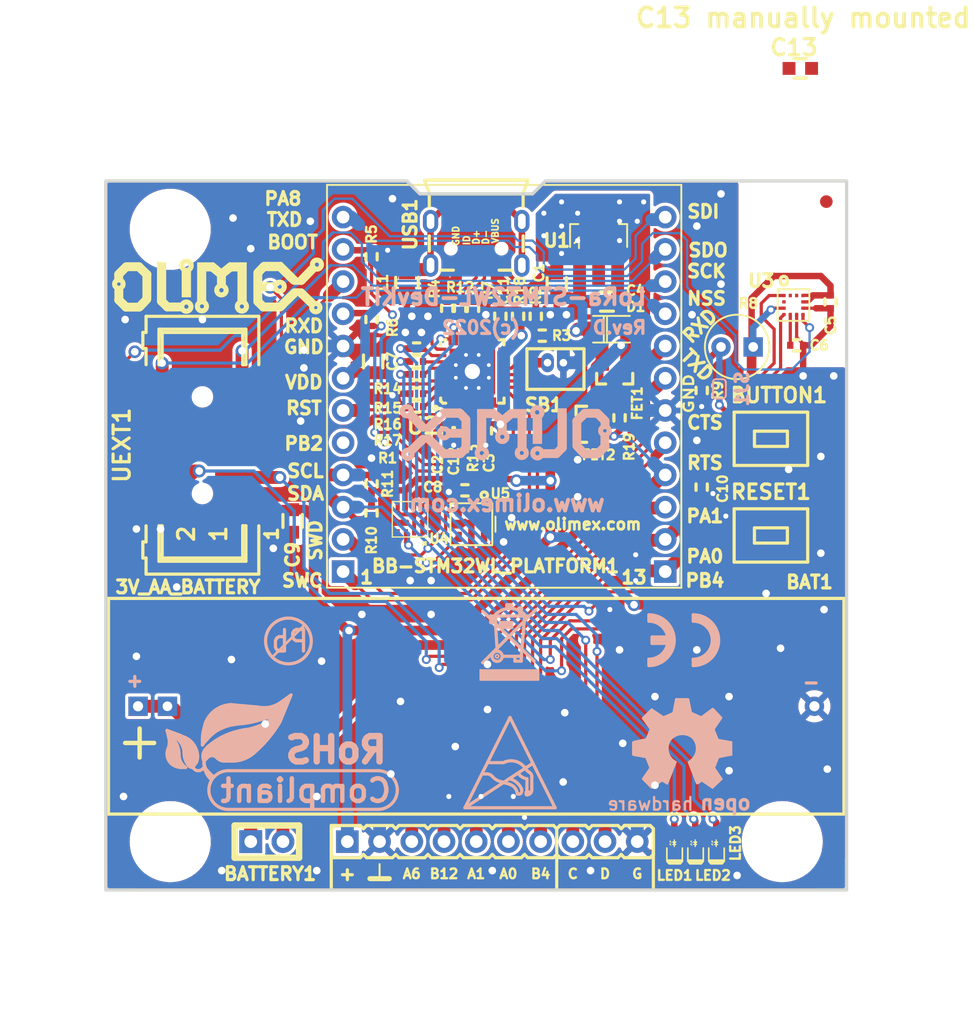
<source format=kicad_pcb>
(kicad_pcb (version 20221018) (generator pcbnew)
  (title_block (title "LoRa-STM32WL-DevKit") (date "2022-11-10") (rev "D1") (company "Olimex Ltd"))
  (layers (0 "F.Cu" signal) (31 "B.Cu" signal) (34 "B.Paste" user) (35 "F.Paste" user) (36 "B.SilkS" user "B.Silkscreen") (37 "F.SilkS" user "F.Silkscreen") (38 "B.Mask" user) (39 "F.Mask" user) (44 "Edge.Cuts" user))
  (net 0 "")
  (net 1 "GND")
  (net 2 "NRST")
  (net 3 "+3.3V")
  (net 4 "PB4")
  (net 5 "PB12")
  (net 6 "PA6")
  (net 7 "Net-(LED1-Pad2)")
  (net 8 "PA0")
  (net 9 "PA1")
  (net 10 "Net-(BAT1-Pad1)")
  (net 11 "VDD")
  (net 12 "Net-(C6-Pad1)")
  (net 13 "Net-(U2-Pad20)")
  (net 14 "Net-(U2-Pad14)")
  (net 15 "Net-(USB1-Pad4)")
  (net 16 "/CMSIS-DAP/5V_USB")
  (net 17 "Net-(C12-Pad1)")
  (net 18 "/SWCLK2")
  (net 19 "/SWDIO2")
  (net 20 "Net-(LED2-Pad2)")
  (net 21 "Net-(LED3-Pad2)")
  (net 22 "/nBOOT0")
  (net 23 "/SWDIO1")
  (net 24 "/SWCLK1")
  (net 25 "/CMSIS-DAP/nRESET")
  (net 26 "/CMSIS-DAP/VDEB")
  (net 27 "Net-(R4-Pad2)")
  (net 28 "/CMSIS-DAP/USBD_DP")
  (net 29 "/CMSIS-DAP/USART_RX")
  (net 30 "/CMSIS-DAP/USART_TX")
  (net 31 "/CMSIS-DAP/USBD_N")
  (net 32 "/CMSIS-DAP/USBD_DN")
  (net 33 "/CMSIS-DAP/USBD_P")
  (net 34 "Net-(R14-Pad1)")
  (net 35 "Net-(R15-Pad1)")
  (net 36 "Net-(R16-Pad1)")
  (net 37 "Net-(U2-Pad2)")
  (net 38 "Net-(U2-Pad3)")
  (net 39 "Net-(U2-Pad6)")
  (net 40 "Net-(U2-Pad7)")
  (net 41 "Net-(U2-Pad15)")
  (net 42 "Net-(U2-Pad16)")
  (net 43 "Net-(U2-Pad19)")
  (net 44 "Net-(U2-Pad29)")
  (net 45 "Net-(U2-Pad18)")
  (net 46 "Net-(R17-Pad2)")
  (net 47 "Net-(SB1-Pad1)")
  (net 48 "VDDIO")
  (net 49 "Net-(FID1-PadFid1)")
  (net 50 "Net-(FID2-PadFid1)")
  (net 51 "Net-(FID3-PadFid1)")
  (net 52 "Net-(L1-Pad2)")
  (net 53 "Net-(R8-Pad2)")
  (net 54 "/LPUART1_TX")
  (net 55 "/SPI1_MISO")
  (net 56 "/SPI1_SCK")
  (net 57 "/SPI1_NSS")
  (net 58 "/LPUART1_RX")
  (net 59 "/I2C1_SDA")
  (net 60 "/SPI1_MOSI")
  (net 61 "/nINT")
  (net 62 "/USART1_RX")
  (net 63 "Net-(BB-STM32WL_PLATFORM1-Pad5)")
  (net 64 "/USART1_TX")
  (net 65 "/I2C1_SCL")
  (net 66 "Net-(BATTERY1-Pad2)")
  (footprint "OLIMEX_RLC-FP:C_0603_5MIL_DWS" (layer "F.Cu") (at 75.692 100.584 90)
    (fp_text reference "C7")
    (fp_text value "4.7uF/6.3V")
  )
  (footprint "OLIMEX_RLC-FP:C_0402_5MIL_DWS" (layer "F.Cu") (at 101.6 110.49 -90)
    (fp_text reference "C10")
    (fp_text value "220nF/+80-20%/10VDC")
  )
  (footprint "OLIMEX_Connectors-FP:HN1x10" (layer "F.Cu") (at 85.09 138.43)
    (fp_text reference "CON1" hide)
    (fp_text value "HN1X10")
  )
  (footprint "OLIMEX_RLC-FP:R_0402_5MIL_DWS" (layer "F.Cu") (at 75.565 92.329 -90)
    (fp_text reference "R5")
    (fp_text value "220R")
  )
  (footprint "OLIMEX_RLC-FP:R_0402_5MIL_DWS" (layer "F.Cu") (at 75.565 97.282 -90)
    (fp_text reference "R6")
    (fp_text value "220R")
  )
  (footprint "OLIMEX_Buttons-FP:T1107A(6x3,8x2,5MM)" (layer "F.Cu") (at 107.061 114.3)
    (fp_text reference "RESET1")
    (fp_text value "T1107A(6x3,8x2,5MM)")
  )
  (footprint "OLIMEX_Transistors-FP:SOT89" (layer "F.Cu") (at 93.472 91.059)
    (fp_text reference "U1")
    (fp_text value "ME6210A33PG")
  )
  (footprint "OLIMEX_IC-FP:LGA-12_2X2_0.5" (layer "F.Cu") (at 108.839 96.139)
    (fp_text reference "U3")
    (fp_text value "IIS2MDCTR")
  )
  (footprint "OLIMEX_Connectors-FP:GBH-254-SMT-10" (layer "F.Cu") (at 62.23 107.188 90)
    (fp_text reference "UEXT1")
    (fp_text value "BH10S(B-D-02x5-LF)")
  )
  (footprint "OLIMEX_LOGOs-FP:OLIMEX_LOGO_TB" (layer "F.Cu") (at 63.627 94.615)
    (fp_text reference "OLIMEX_Logo1" hide)
    (fp_text value "" hide)
  )
  (footprint "OLIMEX_RLC-FP:C_0603_5MIL_DWS" (layer "F.Cu") (at 90.17 94.488 90)
    (fp_text reference "C1")
    (fp_text value "4.7uF/6.3V")
  )
  (footprint "OLIMEX_RLC-FP:C_0402_5MIL_DWS" (layer "F.Cu") (at 84.582 106.045 -90)
    (fp_text reference "C3")
    (fp_text value "100nF/10V/20%/X5R")
  )
  (footprint "OLIMEX_RLC-FP:C_0603_5MIL_DWS" (layer "F.Cu") (at 94.1324 95.8596 180)
    (fp_text reference "C4")
    (fp_text value "4.7uF/6.3V")
  )
  (footprint "OLIMEX_RLC-FP:C_0402_5MIL_DWS" (layer "F.Cu") (at 85.725 97.028 90)
    (fp_text reference "C11")
    (fp_text value "2.2uF/6.3V/20%")
  )
  (footprint "OLIMEX_RLC-FP:C_0402_5MIL_DWS" (layer "F.Cu") (at 82.55 106.045 -90)
    (fp_text reference "C12")
    (fp_text value "100nF/10V/20%/X5R")
  )
  (footprint "OLIMEX_Diodes-FP:SOD-123_KA" (layer "F.Cu") (at 94.488 98.044)
    (fp_text reference "D1")
    (fp_text value "1N5819(S4 SOD-123)")
  )
  (footprint "OLIMEX_Transistors-FP:SOT23" (layer "F.Cu") (at 94.742 101.727 90)
    (fp_text reference "FET1")
    (fp_text value "WPM2015-3/TR")
  )
  (footprint "OLIMEX_Jumpers-FP:HN1x2_Jumper" (layer "F.Cu") (at 67.31 138.43)
    (fp_text reference "BATTERY1")
    (fp_text value "HN1x2" hide)
  )
  (footprint "OLIMEX_LEDs-FP:LED_0603_KA" (layer "F.Cu") (at 99.441 138.557 90)
    (fp_text reference "LED1")
    (fp_text value "LED/0603/RED/300 mCd")
  )
  (footprint "OLIMEX_LEDs-FP:LED_0603_KA" (layer "F.Cu") (at 101.092 138.557 90)
    (fp_text reference "LED2")
    (fp_text value "LED/0603/GREEN/300 mCd")
  )
  (footprint "OLIMEX_LEDs-FP:LED_0603_KA" (layer "F.Cu") (at 102.743 138.557 90)
    (fp_text reference "LED3")
    (fp_text value "LED/0603/YELLOW/150 mCd")
  )
  (footprint "OLIMEX_RLC-FP:R_0402_5MIL_DWS" (layer "F.Cu") (at 83.566 106.045 -90)
    (fp_text reference "R13")
    (fp_text value "10K")
  )
  (footprint "OLIMEX_RLC-FP:R_0402_5MIL_DWS" (layer "F.Cu") (at 79.121 100.584 180)
    (fp_text reference "R15")
    (fp_text value "10K")
  )
  (footprint "OLIMEX_RLC-FP:R_0402_5MIL_DWS" (layer "F.Cu") (at 79.121 101.6 180)
    (fp_text reference "R16")
    (fp_text value "2.2K")
  )
  (footprint "OLIMEX_RLC-FP:C_0402_5MIL_DWS" (layer "F.Cu") (at 111.76 95.885 -90)
    (fp_text reference "C5")
    (fp_text value "2.2uF/6.3V/20%")
  )
  (footprint "OLIMEX_Connectors-FP:WU02S" (layer "F.Cu") (at 90.0684 100.6856)
    (fp_text reference "SB1")
    (fp_text value "NA")
  )
  (footprint "OLIMEX_RLC-FP:R_0402_5MIL_DWS" (layer "F.Cu") (at 101.6 102.87 90)
    (fp_text reference "R9")
    (fp_text value "10K")
  )
  (footprint "OLIMEX_IC-FP:QFN32_EP(33)_5.00x5.00x0.90mm_Pitch_0.50mm" (layer "F.Cu") (at 83.5152 101.3714)
    (fp_text reference "U2")
    (fp_text value "STM32L052K8U3")
  )
  (footprint "OLIMEX_IC-FP:BME280" (layer "F.Cu") (at 78.6 113.025 90)
    (fp_text reference "U4")
    (fp_text value "NA(BME280)")
  )
  (footprint "OLIMEX_IC-FP:AHT20" (layer "F.Cu") (at 83.439 113.411 180)
    (fp_text reference "U5")
    (fp_text value "AHT20")
  )
  (footprint "OLIMEX_Other-FP:Fiducial1x3" (layer "F.Cu") (at 111.4298 87.9856)
    (fp_text reference "FID1" hide)
    (fp_text value "Fiducial" hide)
  )
  (footprint "OLIMEX_Other-FP:Fiducial1x3" (layer "F.Cu") (at 56.1086 140.7668)
    (fp_text reference "FID2" hide)
    (fp_text value "Fiducial" hide)
  )
  (footprint "OLIMEX_Other-FP:Fiducial1x3" (layer "F.Cu") (at 111.506 140.716)
    (fp_text reference "FID3" hide)
    (fp_text value "Fiducial" hide)
  )
  (footprint "OLIMEX_Other-FP:Mounting_hole_3.3mm" (layer "F.Cu") (at 107.95 138.43)
    (fp_text reference "MH1" hide)
    (fp_text value "Mounting_Hole_NPTH" hide)
  )
  (footprint "OLIMEX_Other-FP:Mounting_hole_3.3mm" (layer "F.Cu") (at 59.69 90.17)
    (fp_text reference "MH3" hide)
    (fp_text value "Mounting_Hole_NPTH" hide)
  )
  (footprint "OLIMEX_Other-FP:Mounting_hole_3.3mm" (layer "F.Cu") (at 107.95 90.17)
    (fp_text reference "MH4" hide)
    (fp_text value "Mounting_Hole_NPTH" hide)
  )
  (footprint "OLIMEX_Other-FP:Mounting_hole_3.3mm" (layer "F.Cu") (at 59.69 138.43)
    (fp_text reference "MH2" hide)
    (fp_text value "Mounting_Hole_NPTH" hide)
  )
  (footprint "OLIMEX_RLC-FP:R_0402_5MIL_DWS" (layer "F.Cu") (at 81.534 96.393 -90)
    (fp_text reference "R4")
    (fp_text value "1.5K")
  )
  (footprint "OLIMEX_RLC-FP:R_0402_5MIL_DWS" (layer "F.Cu") (at 95.123 105.029 90)
    (fp_text reference "R19")
    (fp_text value "100K")
  )
  (footprint "OLIMEX_RLC-FP:R_0402_5MIL_DWS" (layer "F.Cu") (at 75.565 110.236 90)
    (fp_text reference "R11")
    (fp_text value "10K")
  )
  (footprint "OLIMEX_RLC-FP:R_0402_5MIL_DWS" (layer "F.Cu") (at 75.565 112.522 -90)
    (fp_text reference "R10")
    (fp_text value "10K")
  )
  (footprint "OLIMEX_RLC-FP:C_0402_5MIL_DWS" (layer "F.Cu") (at 82.931 110.744 180)
    (fp_text reference "C8")
    (fp_text value "220nF/+80-20%/10VDC")
  )
  (footprint "OLIMEX_RLC-FP:R_0402_5MIL_DWS" (layer "F.Cu") (at 79.121 103.124)
    (fp_text reference "R17")
    (fp_text value "10K")
  )
  (footprint "OLIMEX_Buttons-FP:T1107A(6x3,8x2,5MM)" (layer "F.Cu") (at 107.061 106.68)
    (fp_text reference "BUTTON1")
    (fp_text value "T1107A(6x3,8x2,5MM)")
  )
  (footprint "OLIMEX_RLC-FP:C_0603_5MIL_DWS" (layer "F.Cu") (at 69.342 113.157 90)
    (fp_text reference "C9")
    (fp_text value "NA(4.7uF/6.3V)")
  )
  (footprint "OLIMEX_RLC-FP:C_0402_5MIL_DWS" (layer "F.Cu") (at 81.534 106.045 -90)
    (fp_text reference "C2")
    (fp_text value "100nF/10V/20%/X5R")
  )
  (footprint "OLIMEX_RLC-FP:R_0402_5MIL_DWS" (layer "F.Cu") (at 79.121 104.14)
    (fp_text reference "R1")
    (fp_text value "220R")
  )
  (footprint "OLIMEX_RLC-FP:L_0805_5MIL_DWS" (layer "F.Cu") (at 78.359 94.361 90)
    (fp_text reference "L1")
    (fp_text value "FB0805/600R/2A")
  )
  (footprint "OLIMEX_RLC-FP:R_0402_5MIL_DWS" (layer "F.Cu") (at 79.121 99.568 180)
    (fp_text reference "R14")
    (fp_text value "2.2K")
  )
  (footprint "OLIMEX_RLC-FP:R_0402_5MIL_DWS" (layer "F.Cu") (at 83.566 96.393 -90)
    (fp_text reference "R7")
    (fp_text value "22R")
  )
  (footprint "OLIMEX_RLC-FP:R_0402_5MIL_DWS" (layer "F.Cu") (at 89.027 98.552 180)
    (fp_text reference "R3")
    (fp_text value "2.2K")
  )
  (footprint "OLIMEX_RLC-FP:R_0402_5MIL_DWS" (layer "F.Cu") (at 88.519 97.028 90)
    (fp_text reference "R2")
    (fp_text value "1.5K")
  )
  (footprint "OLIMEX_RLC-FP:R_0402_5MIL_DWS" (layer "F.Cu") (at 82.55 96.393 -90)
    (fp_text reference "R12")
    (fp_text value "22R")
  )
  (footprint "OLIMEX_RLC-FP:C_0402_5MIL_DWS" (layer "F.Cu") (at 109.093 99.314)
    (fp_text reference "C6")
    (fp_text value "220nF/+80-20%/10VDC")
  )
  (footprint "OLIMEX_RLC-FP:R_PHOTO-Device" (layer "F.Cu") (at 104.394 99.441 180)
    (fp_text reference "R8")
    (fp_text value "SNS-LDR5MM")
  )
  (footprint "OLIMEX_Connectors-FP:BATTERY-1xAA" (layer "F.Cu") (at 83.82 127.762)
    (fp_text reference "BAT1")
    (fp_text value "BTH-DP-AA-LF(BH311P)")
  )
  (footprint "OLIMEX_Connectors-FP:USB-MICRO_MISB-SWMM-5B_LF" (layer "F.Cu") (at 83.82 89.789 90)
    (fp_text reference "USB1")
    (fp_text value "MISB-SWMM-5B-LF")
  )
  (footprint "OLIMEX_RLC-FP:R_0402_5MIL_DWS" (layer "F.Cu") (at 87.122 97.028 -90)
    (fp_text reference "R18")
    (fp_text value "10K")
  )
  (footprint "OLIMEX_Cases-FP:BB-STM32WL" (layer "F.Cu") (at 86.024 103.18)
    (fp_text reference "BB-STM32WL_PLATFORM1")
    (fp_text value "2xPN_F-D-1X12-LF")
  )
  (footprint "OLIMEX_Transistors-FP:SOT23" (layer "F.Cu") (at 92.329 105.537)
    (fp_text reference "FET2")
    (fp_text value "WPM2015-3/TR")
  )
  (footprint "OLIMEX_RLC-FP:C_0603_5MIL_DWS" (layer "F.Cu") (at 109.378001 77.489001)
    (fp_text reference "C13")
    (fp_text value "22uF/6.3V")
  )
  (footprint "OLIMEX_Jumpers-FP:SJ_1_SMALLER_TIED" (layer "B.Cu") (at 102.997 102.743 -90)
    (fp_text reference "SJ1")
    (fp_text value "SJ_Closed_Board_Mounted" hide)
  )
  (footprint "OLIMEX_LOGOs-FP:CE_Sign" (layer "B.Cu") (at 99.187 122.555 180)
    (fp_text reference "CE" hide)
    (fp_text value "CE_Sign" hide)
  )
  (footprint "OLIMEX_LOGOs-FP:LOGO_OPENHARDWARE_8x8" (layer "B.Cu") (at 100.076 131.191 180)
    (fp_text reference "OH" hide)
    (fp_text value "" hide)
  )
  (footprint "OLIMEX_LOGOs-FP:OLIMEX_LOGO_TB" (layer "B.Cu") (at 85.979 106.172 180)
    (fp_text reference "Olimex_logo" hide)
    (fp_text value "" hide)
  )
  (footprint "OLIMEX_LOGOs-FP:LOGO_PBFREE" (layer "B.Cu") (at 69.215 122.301)
    (fp_text reference "PB_Free")
    (fp_text value "")
  )
  (footprint "OLIMEX_LOGOs-FP:LOGO_ROHS_1" (layer "B.Cu") (at 76.581 135.255 180)
    (fp_text reference "RoHs" hide)
    (fp_text value "Val**" hide)
  )
  (footprint "OLIMEX_LOGOs-FP:LOGO_RECYCLEBIN_1" (layer "B.Cu") (at 88.773 125.73 180)
    (fp_text reference "REcycle" hide)
    (fp_text value "" hide)
  )
  (footprint "OLIMEX_LOGOs-FP:LOGO_ANTISTATIC_1" (layer "B.Cu") (at 90.043 135.763 180)
    (fp_text reference "AntiSTATIC" hide)
    (fp_text value "Val**" hide)
  )
  (gr_line (start 72.39 137.414) (end 72.39 142.113) (stroke (width 0.254)) (layer "F.SilkS"))
  (gr_line (start 75.438 141.351) (end 76.962 141.351) (stroke (width 0.4)) (layer "F.SilkS"))
  (gr_line (start 79.754642 114.919075) (end 79.756 114.935) (stroke (width 0.254)) (layer "F.SilkS"))
  (gr_line (start 76.2 140.208) (end 76.2 141.351) (stroke (width 0.16)) (layer "F.SilkS"))
  (gr_line (start 90.17 137.414) (end 90.17 142.113) (stroke (width 0.254)) (layer "F.SilkS"))
  (gr_line (start 97.79 137.541) (end 97.79 142.113) (stroke (width 0.254)) (layer "F.SilkS"))
  (gr_line (start 113.03 86.36) (end 113.03 142.24) (stroke (width 0.254)) (layer "Edge.Cuts"))
  (gr_line (start 89.281 86.36) (end 113.03 86.36) (stroke (width 0.254)) (layer "Edge.Cuts"))
  (gr_line (start 113.03 142.24) (end 54.61 142.24) (stroke (width 0.254)) (layer "Edge.Cuts"))
  (gr_line (start 54.61 86.36) (end 78.359 86.36) (stroke (width 0.254)) (layer "Edge.Cuts"))
  (gr_line (start 54.61 142.24) (end 54.61 86.36) (stroke (width 0.254)) (layer "Edge.Cuts"))
  (gr_line (start 79.375 87.376) (end 88.265 87.376) (stroke (width 0.254)) (layer "Edge.Cuts"))
  (gr_line (start 78.359 86.36) (end 79.375 87.376) (stroke (width 0.254)) (layer "Edge.Cuts"))
  (gr_line (start 88.265 87.376) (end 89.281 86.36) (stroke (width 0.254)) (layer "Edge.Cuts"))
  (gr_text "(c)2022" (at 84.201 97.917) (layer "B.SilkS") (effects (font (size 1.016 1.016) (thickness 0.254)) (justify mirror)))
  (gr_text "Rev.D" (at 95.123 97.917) (layer "B.SilkS") (effects (font (size 1.016 1.016) (thickness 0.254)) (justify mirror)))
  (gr_text "-" (at 110.236 125.857) (layer "B.SilkS") (effects (font (size 1.016 1.016) (thickness 0.254)) (justify mirror)))
  (gr_text "+" (at 56.896 125.73) (layer "B.SilkS") (effects (font (size 1.016 1.016) (thickness 0.254)) (justify mirror)))
  (gr_text "www.olimex.com" (at 86.233 111.76) (layer "B.SilkS") (effects (font (size 1.27 1.27) (thickness 0.3048)) (justify mirror)))
  (gr_text "LoRa-STM32WL-DevKIT" (at 85.979 95.504) (layer "B.SilkS") (effects (font (size 1.27 1.27) (thickness 0.3048)) (justify mirror)))
  (gr_text "A1" (at 83.82 140.97) (layer "F.SilkS") (effects (font (size 0.762 0.762) (thickness 0.1905))))
  (gr_text "A0" (at 86.36 140.97) (layer "F.SilkS") (effects (font (size 0.762 0.762) (thickness 0.1905))))
  (gr_text "B4" (at 88.9 140.97) (layer "F.SilkS") (effects (font (size 0.762 0.762) (thickness 0.1905))))
  (gr_text "1" (at 67.691 114.173 90) (layer "F.SilkS") (effects (font (size 1.016 1.016) (thickness 0.254))))
  (gr_text "PB4" (at 101.854 117.856) (layer "F.SilkS") (effects (font (size 1.016 1.016) (thickness 0.254))))
  (gr_text "SWC" (at 70.104 117.856) (layer "F.SilkS") (effects (font (size 1.016 1.016) (thickness 0.254))))
  (gr_text "SWD" (at 71.12 114.681 90) (layer "F.SilkS") (effects (font (size 1.016 1.016) (thickness 0.254))))
  (gr_text "SDA" (at 70.358 110.998) (layer "F.SilkS") (effects (font (size 1.016 1.016) (thickness 0.254))))
  (gr_text "SCL" (at 70.358 109.22) (layer "F.SilkS") (effects (font (size 1.016 1.016) (thickness 0.254))))
  (gr_text "PB2" (at 70.231 107.061) (layer "F.SilkS") (effects (font (size 1.016 1.016) (thickness 0.254))))
  (gr_text "RST" (at 70.231 104.267) (layer "F.SilkS") (effects (font (size 1.016 1.016) (thickness 0.254))))
  (gr_text "VDD" (at 70.231 102.235) (layer "F.SilkS") (effects (font (size 1.016 1.016) (thickness 0.254))))
  (gr_text "GND" (at 70.231 99.441) (layer "F.SilkS") (effects (font (size 1.016 1.016) (thickness 0.254))))
  (gr_text "CTS" (at 101.854 105.41) (layer "F.SilkS") (effects (font (size 1.016 1.016) (thickness 0.254))))
  (gr_text "RXD" (at 70.231 97.79) (layer "F.SilkS") (effects (font (size 1.016 1.016) (thickness 0.254))))
  (gr_text "BOOT" (at 69.342 91.186) (layer "F.SilkS") (effects (font (size 1.016 1.016) (thickness 0.254))))
  (gr_text "TXD" (at 68.707 89.408) (layer "F.SilkS") (effects (font (size 1.016 1.016) (thickness 0.254))))
  (gr_text "PA8" (at 68.58 87.757) (layer "F.SilkS") (effects (font (size 1.016 1.016) (thickness 0.254))))
  (gr_text "RTS" (at 101.854 108.585) (layer "F.SilkS") (effects (font (size 1.016 1.016) (thickness 0.254))))
  (gr_text "PA1" (at 101.854 112.776) (layer "F.SilkS") (effects (font (size 1.016 1.016) (thickness 0.254))))
  (gr_text "PA0" (at 101.854 115.951) (layer "F.SilkS") (effects (font (size 1.016 1.016) (thickness 0.254))))
  (gr_text "TXD" (at 101.2444 100.8888 315) (layer "F.SilkS") (effects (font (size 1.016 1.016) (thickness 0.254))))
  (gr_text "RXD" (at 101.473 97.79 45) (layer "F.SilkS") (effects (font (size 1.016 1.016) (thickness 0.254))))
  (gr_text "NSS" (at 101.981 95.631) (layer "F.SilkS") (effects (font (size 1.016 1.016) (thickness 0.254))))
  (gr_text "SCK" (at 101.981 93.472) (layer "F.SilkS") (effects (font (size 1.016 1.016) (thickness 0.254))))
  (gr_text "SDI" (at 101.727 88.773) (layer "F.SilkS") (effects (font (size 1.016 1.016) (thickness 0.254))))
  (gr_text "SDO" (at 102.108 91.821) (layer "F.SilkS") (effects (font (size 1.016 1.016) (thickness 0.254))))
  (gr_text "GND" (at 100.584 103.124 90) (layer "F.SilkS") (effects (font (size 0.762 1.016) (thickness 0.1905))))
  (gr_text "www.olimex.com" (at 91.44 113.411) (layer "F.SilkS") (effects (font (size 0.889 0.889) (thickness 0.22225))))
  (gr_text "13" (at 96.266 117.602) (layer "F.SilkS") (effects (font (size 1.016 1.016) (thickness 0.254))))
  (gr_text "1" (at 75.184 117.602) (layer "F.SilkS") (effects (font (size 1.016 1.016) (thickness 0.254))))
  (gr_text "3V_AA_BATTERY" (at 61.087 118.364) (layer "F.SilkS") (effects (font (size 1.016 1.016) (thickness 0.254))))
  (gr_text "+" (at 57.277 130.429) (layer "F.SilkS") (effects (font (size 3 3) (thickness 0.35))))
  (gr_text "D" (at 93.98 140.97) (layer "F.SilkS") (effects (font (size 0.762 0.762) (thickness 0.1905))))
  (gr_text "A6" (at 78.74 140.97) (layer "F.SilkS") (effects (font (size 0.762 0.762) (thickness 0.1905))))
  (gr_text "B12" (at 81.28 140.97) (layer "F.SilkS") (effects (font (size 0.762 0.762) (thickness 0.1905))))
  (gr_text "C13 manually mounted" (at 109.6 73.5) (layer "F.SilkS") (effects (font (size 1.5 1.5) (thickness 0.3))))
  (gr_text "+" (at 73.66 140.97) (layer "F.SilkS") (effects (font (size 1.016 1.016) (thickness 0.254))))
  (gr_text "G" (at 96.52 140.97) (layer "F.SilkS") (effects (font (size 0.762 0.762) (thickness 0.1905))))
  (gr_text "C" (at 91.44 140.97) (layer "F.SilkS") (effects (font (size 0.762 0.762) (thickness 0.1905))))
  (segment (start 67.3862 93.0402) (end 74.168 93.0402) (width 0.254) (layer "F.Cu") (net 1))
  (segment (start 76.835 94.869) (end 76.835 91.821) (width 1.016) (layer "F.Cu") (net 1))
  (segment (start 89.535 98.552) (end 89.535 97.028) (width 0.508) (layer "F.Cu") (net 1))
  (segment (start 82.931 117.856) (end 85.979 114.808) (width 1.016) (layer "F.Cu") (net 1))
  (segment (start 80.264 117.856) (end 82.931 117.856) (width 1.016) (layer "F.Cu") (net 1))
  (segment (start 74.168 93.0402) (end 74.4728 93.345) (width 0.254) (layer "F.Cu") (net 1))
  (segment (start 79.248 110.871) (end 80.645 110.871) (width 0.508) (layer "F.Cu") (net 1))
  (segment (start 76.141011 99.695) (end 77.538011 98.298) (width 1.016) (layer "F.Cu") (net 1))
  (segment (start 74.604301 105.719301) (end 70.794301 105.719301) (width 0.3048) (layer "F.Cu") (net 1))
  (segment (start 77.216 103.251) (end 77.343 103.124) (width 0.508) (layer "F.Cu") (net 1))
  (segment (start 110.998 114.3) (end 110.998 115.697) (width 1.016) (layer "F.Cu") (net 1))
  (segment (start 84.963 96.52) (end 87.122 96.52) (width 0.508) (layer "F.Cu") (net 1))
  (segment (start 98.7188 104.4448) (end 98.724 104.45) (width 0.25) (layer "F.Cu") (net 1))
  (segment (start 91.97086 95.84944) (end 91.9607 95.8596) (width 1.016) (layer "F.Cu") (net 1))
  (segment (start 82.4325 93.65808) (end 81.994569 94.096011) (width 0.508) (layer "F.Cu") (net 1))
  (segment (start 75.565 108.204) (end 75.508301 108.260699) (width 0.3048) (layer "F.Cu") (net 1))
  (segment (start 75.057 106.172) (end 74.604301 105.719301) (width 0.3048) (layer "F.Cu") (net 1))
  (segment (start 78.925 112) (end 78.925 111.194) (width 0.25) (layer "F.Cu") (net 1))
  (segment (start 77.343 95.377) (end 76.835 94.869) (width 1.016) (layer "F.Cu") (net 1))
  (segment (start 77.538011 98.298) (end 78.232 98.298) (width 1.016) (layer "F.Cu") (net 1))
  (segment (start 109.601 99.187) (end 109.601 99.314) (width 0.254) (layer "F.Cu") (net 1))
  (segment (start 57.023 113.792) (end 58.928 113.792) (width 1.016) (layer "F.Cu") (net 1))
  (segment (start 91.9734 95.9104) (end 91.9607 95.8596) (width 0.508) (layer "F.Cu") (net 1))
  (segment (start 101.092 139.319) (end 99.441 139.319) (width 0.508) (layer "F.Cu") (net 1))
  (segment (start 96.52 138.43) (end 97.409 139.319) (width 0.508) (layer "F.Cu") (net 1))
  (segment (start 82.042 107.188) (end 82.042 106.553) (width 0.508) (layer "F.Cu") (net 1))
  (segment (start 78.867 95.377) (end 78.359 95.377) (width 1.016) (layer "F.Cu") (net 1))
  (segment (start 110.236 99.314) (end 111.76 97.79) (width 0.508) (layer "F.Cu") (net 1))
  (segment (start 82.169 107.315) (end 84.455 107.315) (width 0.4064) (layer "F.Cu") (net 1))
  (segment (start 75.565 108.204) (end 75.057 107.696) (width 0.3048) (layer "F.Cu") (net 1))
  (segment (start 110.625 96.393) (end 110.621 96.389) (width 0.508) (layer "F.Cu") (net 1))
  (segment (start 90.932 96.901) (end 90.9828 96.901) (width 0.508) (layer "F.Cu") (net 1))
  (segment (start 78.925 111.194) (end 79.248 110.871) (width 0.25) (layer "F.Cu") (net 1))
  (segment (start 68.072 115.316) (end 69.342 114.046) (width 1.016) (layer "F.Cu") (net 1))
  (segment (start 111.76 96.393) (end 110.625 96.393) (width 0.508) (layer "F.Cu") (net 1))
  (segment (start 82.042 106.553) (end 81.534 106.553) (width 0.508) (layer "F.Cu") (net 1))
  (segment (start 58.928 112.445) (end 58.928 113.792) (width 1.016) (layer "F.Cu") (net 1))
  (segment (start 82.55 106.553) (end 82.042 106.553) (width 0.508) (layer "F.Cu") (net 1))
  (segment (start 109.601 99.314) (end 110.236 99.314) (width 0.508) (layer "F.Cu") (net 1))
  (segment (start 59.105 112.268) (end 57.404 112.268) (width 1.016) (layer "F.Cu") (net 1))
  (segment (start 79.502 96.012) (end 79.502 98.298) (width 1.016) (layer "F.Cu") (net 1))
  (segment (start 82.042 107.188) (end 82.169 107.315) (width 0.4064) (layer "F.Cu") (net 1))
  (segment (start 102.489 110.998) (end 101.6 110.998) (width 0.508) (layer "F.Cu") (net 1))
  (segment (start 82.4325 94.018) (end 82.19275 94.25775) (width 0.508) (layer "F.Cu") (net 1))
  (segment (start 80.518 110.998) (end 80.645 110.871) (width 0.508) (layer "F.Cu") (net 1))
  (segment (start 57.023 112.649) (end 57.023 113.792) (width 1.016) (layer "F.Cu") (net 1))
  (segment (start 80.899 94.615) (end 79.502 96.012) (width 1.016) (layer "F.Cu") (net 1))
  (segment (start 72.065699 108.260699) (end 71.12 107.315) (width 0.3048) (layer "F.Cu") (net 1))
  (segment (start 80.645 110.871) (end 81.661 110.871) (width 0.508) (layer "F.Cu") (net 1))
  (segment (start 75.692 99.695) (end 76.141011 99.695) (width 1.016) (layer "F.Cu") (net 1))
  (segment (start 80.264 120.523) (end 74.803 120.523) (width 1.016) (layer "F.Cu") (net 1))
  (segment (start 102.743 139.319) (end 101.092 139.319) (width 0.508) (layer "F.Cu") (net 1))
  (segment (start 110.998 106.68) (end 110.998 108.077) (width 1.016) (layer "F.Cu") (net 1))
  (segment (start 67.818 115.316) (end 68.072 115.316) (width 1.016) (layer "F.Cu") (net 1))
  (segment (start 73.649 99.695) (end 75.692 99.695) (width 1.016) (layer "F.Cu") (net 1))
  (segment (start 77.343 103.124) (end 78.613 103.124) (width 0.508) (layer "F.Cu") (net 1))
  (segment (start 84.455 107.315) (end 84.582 107.188) (width 0.4064) (layer "F.Cu") (net 1))
  (segment (start 109.601 101.727) (end 109.601 99.314) (width 0.508) (layer "F.Cu") (net 1))
  (segment (start 82.296 110.871) (end 82.423 110.744) (width 0.508) (layer "F.Cu") (net 1))
  (segment (start 82.19275 94.25775) (end 81.8355 94.615) (width 1.016) (layer "F.Cu") (net 1))
  (segment (start 84.582 96.901) (end 84.963 96.52) (width 0.508) (layer "F.Cu") (net 1))
  (segment (start 57.404 112.268) (end 57.023 112.649) (width 1.016) (layer "F.Cu") (net 1))
  (segment (start 66.04 91.694) (end 67.3862 93.0402) (width 0.254) (layer "F.Cu") (net 1))
  (segment (start 81.8355 94.615) (end 80.899 94.615) (width 1.016) (layer "F.Cu") (net 1))
  (segment (start 101.6 103.378) (end 101.6 104.14) (width 0.508) (layer "F.Cu") (net 1))
  (segment (start 109.089 96.889) (end 109.089 98.675) (width 0.254) (layer "F.Cu") (net 1))
  (segment (start 81.661 110.871) (end 82.296 110.871) (width 0.508) (layer "F.Cu") (net 1))
  (segment (start 90.9828 96.901) (end 91.9734 95.9104) (width 0.508) (layer "F.Cu") (net 1))
  (segment (start 91.97086 93.41104) (end 91.97086 95.84944) (width 1.016) (layer "F.Cu") (net 1))
  (segment (start 79.502 96.012) (end 78.867 95.377) (width 1.016) (layer "F.Cu") (net 1))
  (segment (start 97.409 139.319) (end 99.441 139.319) (width 0.508) (layer "F.Cu") (net 1))
  (segment (start 80.518 113.792) (end 80.26 114.05) (width 0.3048) (layer "F.Cu") (net 1))
  (segment (start 80.518 113.792) (end 80.518 110.998) (width 0.508) (layer "F.Cu") (net 1))
  (segment (start 109.589 96.389) (end 110.621 96.389) (width 0.254) (layer "F.Cu") (net 1))
  (segment (start 111.76 97.79) (end 111.76 96.393) (width 0.508) (layer "F.Cu") (net 1))
  (segment (start 73.324 99.37) (end 73.649 99.695) (width 1.016) (layer "F.Cu") (net 1))
  (segment (start 89.535 97.028) (end 89.662 96.901) (width 0.508) (layer "F.Cu") (net 1))
  (segment (start 78.232 98.298) (end 79.502 98.298) (width 1.016) (layer "F.Cu") (net 1))
  (segment (start 84.582 106.553) (end 84.582 107.188) (width 0.508) (layer "F.Cu") (net 1))
  (segment (start 75.057 107.696) (end 75.057 106.172) (width 0.3048) (layer "F.Cu") (net 1))
  (segment (start 83.439 114.411) (end 83.439 115.57) (width 0.4064) (layer "F.Cu") (net 1))
  (segment (start 80.26 114.05) (end 79.575 114.05) (width 0.3048) (layer "F.Cu") (net 1))
  (segment (start 109.089 98.675) (end 109.601 99.187) (width 0.254) (layer "F.Cu") (net 1))
  (segment (start 59.105 112.268) (end 58.928 112.445) (width 1.016) (layer "F.Cu") (net 1))
  (segment (start 91.9607 95.8596) (end 93.2434 95.8596) (width 1.016) (layer "F.Cu") (net 1))
  (segment (start 82.4325 92.939) (end 82.4325 93.65808) (width 0.508) (layer "F.Cu") (net 1))
  (segment (start 78.359 95.377) (end 77.343 95.377) (width 1.016) (layer "F.Cu") (net 1))
  (segment (start 82.4325 92.685) (end 82.4325 94.018) (width 0.508) (layer "F.Cu") (net 1))
  (segment (start 75.508301 108.260699) (end 72.065699 108.260699) (width 0.3048) (layer "F.Cu") (net 1))
  (via (at 78.74 97.028) (size 1) (drill 0.6) (layers "F.Cu" "B.Cu") (net 1))
  (via (at 91.821 111.252) (size 1) (drill 0.6) (layers "F.Cu" "B.Cu") (net 1))
  (via (at 96.393 115.824) (size 0.7) (drill 0.4) (layers "F.Cu" "B.Cu") (net 1))
  (via (at 103.505 112.776) (size 0.7) (drill 0.4) (layers "F.Cu" "B.Cu") (net 1))
  (via (at 110.998 108.077) (size 1) (drill 0.6) (layers "F.Cu" "B.Cu") (net 1))
  (via (at 110.998 115.697) (size 1) (drill 0.6) (layers "F.Cu" "B.Cu") (net 1))
  (via (at 76.835 91.821) (size 0.7) (drill 0.4) (layers "F.Cu" "B.Cu") (net 1))
  (via (at 86.614 112.903) (size 1) (drill 0.6) (layers "F.Cu" "B.Cu") (net 1))
  (via (at 78.613 117.856) (size 1) (drill 0.6) (layers "F.Cu" "B.Cu") (net 1))
  (via (at 90.678 133.731) (size 1) (drill 0.6) (layers "F.Cu" "B.Cu") (net 1))
  (via (at 87.63 136.525) (size 0.7) (drill 0.4) (layers "F.Cu" "B.Cu") (net 1))
  (via (at 86.741 134.874) (size 0.7) (drill 0.4) (layers "F.Cu" "B.Cu") (net 1))
  (via (at 84.201 134.874) (size 0.7) (drill 0.4) (layers "F.Cu" "B.Cu") (net 1))
  (via (at 81.661 134.874) (size 0.7) (drill 0.4) (layers "F.Cu" "B.Cu") (net 1))
  (via (at 77.089 133.096) (size 1) (drill 0.6) (layers "F.Cu" "B.Cu") (net 1))
  (via (at 84.709 128.016) (size 1) (drill 0.6) (layers "F.Cu" "B.Cu") (net 1))
  (via (at 77.851 127.381) (size 1) (drill 0.6) (layers "F.Cu" "B.Cu") (net 1))
  (via (at 82.169 130.937) (size 1) (drill 0.6) (layers "F.Cu" "B.Cu") (net 1))
  (via (at 71.247 134.874) (size 1) (drill 0.6) (layers "F.Cu" "B.Cu") (net 1))
  (via (at 56.007 134.874) (size 1) (drill 0.6) (layers "F.Cu" "B.Cu") (net 1))
  (via (at 71.628 124.206) (size 1) (drill 0.6) (layers "F.Cu" "B.Cu") (net 1))
  (via (at 67.183 129.159) (size 1) (drill 0.6) (layers "F.Cu" "B.Cu") (net 1))
  (via (at 64.516 124.079) (size 1) (drill 0.6) (layers "F.Cu" "B.Cu") (net 1))
  (via (at 57.023 123.825) (size 1) (drill 0.6) (layers "F.Cu" "B.Cu") (net 1))
  (via (at 60.198 118.364) (size 1) (drill 0.6) (layers "F.Cu" "B.Cu") (net 1))
  (via (at 71.247 140.716) (size 1) (drill 0.6) (layers "F.Cu" "B.Cu") (net 1))
  (via (at 104.394 141.097) (size 1) (drill 0.6) (layers "F.Cu" "B.Cu") (net 1))
  (via (at 92.837 140.716) (size 1) (drill 0.6) (layers "F.Cu" "B.Cu") (net 1))
  (via (at 85.09 140.716) (size 1) (drill 0.6) (layers "F.Cu" "B.Cu") (net 1))
  (via (at 63.754 140.716) (size 1) (drill 0.6) (layers "F.Cu" "B.Cu") (net 1))
  (via (at 56.134 97.282) (size 1) (drill 0.6) (layers "F.Cu" "B.Cu") (net 1))
  (via (at 62.23 97.282) (size 1) (drill 0.6) (layers "F.Cu" "B.Cu") (net 1))
  (via (at 69.977 105.283) (size 1) (drill 0.6) (layers "F.Cu" "B.Cu") (net 1))
  (via (at 66.04 91.694) (size 1) (drill 0.6) (layers "F.Cu" "B.Cu") (net 1))
  (via (at 64.643 89.281) (size 1) (drill 0.6) (layers "F.Cu" "B.Cu") (net 1))
  (via (at 70.739 89.535) (size 1) (drill 0.6) (layers "F.Cu" "B.Cu") (net 1))
  (via (at 77.216 87.757) (size 1) (drill 0.6) (layers "F.Cu" "B.Cu") (net 1))
  (via (at 84.709 124.46) (size 1) (drill 0.6) (layers "F.Cu" "B.Cu") (net 1))
  (via (at 90.805 128.27) (size 1) (drill 0.6) (layers "F.Cu" "B.Cu") (net 1))
  (via (at 95.377 130.683) (size 1) (drill 0.6) (layers "F.Cu" "B.Cu") (net 1))
  (via (at 97.917 133.985) (size 1) (drill 0.6) (layers "F.Cu" "B.Cu") (net 1))
  (via (at 111.506 132.715) (size 1) (drill 0.6) (layers "F.Cu" "B.Cu") (net 1))
  (via (at 103.759 132.842) (size 1) (drill 0.6) (layers "F.Cu" "B.Cu") (net 1))
  (via (at 103.759 127) (size 1) (drill 0.6) (layers "F.Cu" "B.Cu") (net 1))
  (via (at 97.917 127) (size 1) (drill 0.6) (layers "F.Cu" "B.Cu") (net 1))
  (via (at 95.123 123.317) (size 1) (drill 0.6) (layers "F.Cu" "B.Cu") (net 1))
  (via (at 101.219 123.317) (size 1) (drill 0.6) (layers "F.Cu" "B.Cu") (net 1))
  (via (at 107.823 123.19) (size 1) (drill 0.6) (layers "F.Cu" "B.Cu") (net 1))
  (via (at 111.252 120.142) (size 1) (drill 0.6) (layers "F.Cu" "B.Cu") (net 1))
  (via (at 106.68 118.872) (size 1) (drill 0.6) (layers "F.Cu" "B.Cu") (net 1))
  (via (at 108.458 109.093) (size 1) (drill 0.6) (layers "F.Cu" "B.Cu") (net 1))
  (via (at 112.014 101.727) (size 1) (drill 0.6) (layers "F.Cu" "B.Cu") (net 1))
  (via (at 100.838 96.901) (size 1) (drill 0.6) (layers "F.Cu" "B.Cu") (net 1))
  (via (at 103.124 87.376) (size 1) (drill 0.6) (layers "F.Cu" "B.Cu") (net 1))
  (via (at 103.124 94.488) (size 1) (drill 0.6) (layers "F.Cu" "B.Cu") (net 1))
  (via (at 101.219 89.916) (size 1) (drill 0.6) (layers "F.Cu" "B.Cu") (net 1))
  (via (at 101.219 106.807) (size 1) (drill 0.6) (layers "F.Cu" "B.Cu") (net 1))
  (via (at 96.393 117.856) (size 0.7) (drill 0.4) (layers "F.Cu" "B.Cu") (net 1))
  (via (at 94.361 120.142) (size 0.7) (drill 0.4) (layers "F.Cu" "B.Cu") (net 1))
  (via (at 89.662 96.901) (size 1) (drill 0.6) (layers "F.Cu" "B.Cu") (net 1))
  (via (at 70.231 101.092) (size 1) (drill 0.6) (layers "F.Cu" "B.Cu") (net 1))
  (via (at 102.489 110.998) (size 0.7) (drill 0.4) (layers "F.Cu" "B.Cu") (net 1))
  (via (at 67.818 115.316) (size 1) (drill 0.6) (layers "F.Cu" "B.Cu") (net 1))
  (via (at 91.821 108.331) (size 1) (drill 0.6) (layers "F.Cu" "B.Cu") (net 1))
  (via (at 74.803 120.523) (size 1) (drill 0.6) (layers "F.Cu" "B.Cu") (net 1))
  (via (at 85.979 114.808) (size 1) (drill 0.6) (layers "F.Cu" "B.Cu") (net 1))
  (via (at 78.232 98.298) (size 1) (drill 0.6) (layers "F.Cu" "B.Cu") (net 1))
  (via (at 77.216 103.251) (size 0.8) (drill 0.5) (layers "F.Cu" "B.Cu") (net 1))
  (via (at 57.023 113.792) (size 1) (drill 0.6) (layers "F.Cu" "B.Cu") (net 1))
  (via (at 90.932 96.901) (size 1) (drill 0.6) (layers "F.Cu" "B.Cu") (net 1))
  (via (at 70.231 99.695) (size 1) (drill 0.6) (layers "F.Cu" "B.Cu") (net 1))
  (via (at 80.01 97.028) (size 1) (drill 0.6) (layers "F.Cu" "B.Cu") (net 1))
  (via (at 101.6 104.14) (size 0.7) (drill 0.4) (layers "F.Cu" "B.Cu") (net 1))
  (via (at 109.601 101.727) (size 1) (drill 0.6) (layers "F.Cu" "B.Cu") (net 1))
  (via (at 82.042 107.188) (size 0.7) (drill 0.4) (layers "F.Cu" "B.Cu") (net 1))
  (via (at 79.502 98.298) (size 1) (drill 0.6) (layers "F.Cu" "B.Cu") (net 1))
  (via (at 75.565 108.204) (size 1) (drill 0.6) (layers "F.Cu" "B.Cu") (net 1))
  (via (at 84.582 107.188) (size 0.7) (drill 0.4) (layers "F.Cu" "B.Cu") (net 1))
  (via (at 84.582 96.901) (size 1) (drill 0.6) (layers "F.Cu" "B.Cu") (net 1))
  (via (at 58.928 113.792) (size 1) (drill 0.6) (layers "F.Cu" "B.Cu") (net 1))
  (via (at 81.661 110.871) (size 0.8) (drill 0.5) (layers "F.Cu" "B.Cu") (net 1))
  (via (at 80.264 120.523) (size 1) (drill 0.6) (layers "F.Cu" "B.Cu") (net 1))
  (via (at 80.264 117.856) (size 1) (drill 0.6) (layers "F.Cu" "B.Cu") (net 1))
  (segment (start 101.6 104.14) (end 101.29 104.45) (width 0.4572) (layer "B.Cu") (net 1))
  (segment (start 76.2 126.238) (end 76.2 121.92) (width 1.016) (layer "B.Cu") (net 1))
  (segment (start 76.2 121.92) (end 74.803 120.523) (width 1.016) (layer "B.Cu") (net 1))
  (segment (start 109.601 101.727) (end 109.601 102.87) (width 0.4572) (layer "B.Cu") (net 1))
  (segment (start 97.084 104.45) (end 96.52 103.886) (width 1.016) (layer "B.Cu") (net 1))
  (segment (start 84.455 96.774) (end 84.582 96.901) (width 1.016) (layer "B.Cu") (net 1))
  (segment (start 76.962 99.187) (end 77.851 98.298) (width 0.508) (layer "B.Cu") (net 1))
  (segment (start 106.934 105.537) (end 102.997 105.537) (width 0.4572) (layer "B.Cu") (net 1))
  (segment (start 109.601 102.87) (end 106.934 105.537) (width 0.4572) (layer "B.Cu") (net 1))
  (segment (start 84.582 96.901) (end 89.662 96.901) (width 1.016) (layer "B.Cu") (net 1))
  (segment (start 79.502 98.298) (end 79.502 98.171) (width 1.016) (layer "B.Cu") (net 1))
  (segment (start 84.709 107.061) (end 84.709 104.267) (width 0.508) (layer "B.Cu") (net 1))
  (segment (start 102.997 105.537) (end 101.6 104.14) (width 0.4572) (layer "B.Cu") (net 1))
  (segment (start 74.803 120.523) (end 65.659 120.523) (width 1.016) (layer "B.Cu") (net 1))
  (segment (start 91.7194 100.6856) (end 90.6934 100.6856) (width 1.016) (layer "B.Cu") (net 1))
  (segment (start 90.6934 99.4564) (end 90.6934 100.6856) (width 1.016) (layer "B.Cu") (net 1))
  (segment (start 80.899 96.774) (end 84.455 96.774) (width 1.016) (layer "B.Cu") (net 1))
  (segment (start 76.2 138.43) (end 76.2 126.238) (width 1.016) (layer "B.Cu") (net 1))
  (segment (start 79.502 98.171) (end 80.899 96.774) (width 1.016) (layer "B.Cu") (net 1))
  (segment (start 70.5612 99.3648) (end 73.3188 99.3648) (width 1.016) (layer "B.Cu") (net 1))
  (segment (start 89.662 96.901) (end 89.662 98.425) (width 1.016) (layer "B.Cu") (net 1))
  (segment (start 84.709 104.267) (end 83.5152 103.0732) (width 0.508) (layer "B.Cu") (net 1))
  (segment (start 83.5152 99.1108) (end 84.582 98.044) (width 1.016) (layer "B.Cu") (net 1))
  (segment (start 89.662 98.425) (end 90.6934 99.4564) (width 1.016) (layer "B.Cu") (net 1))
  (segment (start 83.5152 103.0732) (end 83.5152 101.3714) (width 0.508) (layer "B.Cu") (net 1))
  (segment (start 84.582 98.044) (end 84.582 96.901) (width 1.016) (layer "B.Cu") (net 1))
  (segment (start 96.52 97.663) (end 94.742 97.663) (width 1.016) (layer "B.Cu") (net 1))
  (segment (start 96.52 138.43) (end 96.52 133.731) (width 1.016) (layer "B.Cu") (net 1))
  (segment (start 88.9 126.111) (end 82.804 126.111) (width 1.016) (layer "B.Cu") (net 1))
  (segment (start 70.231 99.695) (end 70.231 101.092) (width 1.016) (layer "B.Cu") (net 1))
  (segment (start 85.979 114.808) (end 85.217 114.046) (width 1.016) (layer "B.Cu") (net 1))
  (segment (start 77.851 98.298) (end 78.232 98.298) (width 0.508) (layer "B.Cu") (net 1))
  (segment (start 94.742 97.663) (end 91.7194 100.6856) (width 1.016) (layer "B.Cu") (net 1))
  (segment (start 96.52 133.731) (end 88.9 126.111) (width 1.016) (layer "B.Cu") (net 1))
  (segment (start 85.217 114.046) (end 85.217 107.823) (width 1.016) (layer "B.Cu") (net 1))
  (segment (start 76.962 102.997) (end 76.962 99.187) (width 0.508) (layer "B.Cu") (net 1))
  (segment (start 84.582 107.188) (end 84.709 107.061) (width 0.508) (layer "B.Cu") (net 1))
  (segment (start 77.216 103.251) (end 76.962 102.997) (width 0.508) (layer "B.Cu") (net 1))
  (segment (start 73.3188 99.3648) (end 73.324 99.37) (width 0.4572) (layer "B.Cu") (net 1))
  (segment (start 82.804 126.111) (end 76.327 126.111) (width 1.016) (layer "B.Cu") (net 1))
  (segment (start 80.264 120.523) (end 82.804 123.063) (width 1.016) (layer "B.Cu") (net 1))
  (segment (start 83.5152 101.3714) (end 83.5152 99.1108) (width 1.016) (layer "B.Cu") (net 1))
  (segment (start 70.231 99.695) (end 70.5612 99.3648) (width 1.016) (layer "B.Cu") (net 1))
  (segment (start 76.327 126.111) (end 76.2 126.238) (width 1.016) (layer "B.Cu") (net 1))
  (segment (start 98.724 104.45) (end 97.084 104.45) (width 1.016) (layer "B.Cu") (net 1))
  (segment (start 82.804 123.063) (end 82.804 126.111) (width 1.016) (layer "B.Cu") (net 1))
  (segment (start 80.264 117.856) (end 80.264 120.523) (width 1.016) (layer "B.Cu") (net 1))
  (segment (start 85.217 107.823) (end 84.582 107.188) (width 1.016) (layer "B.Cu") (net 1))
  (segment (start 65.659 120.523) (end 58.928 113.792) (width 1.016) (layer "B.Cu") (net 1))
  (segment (start 96.52 103.886) (end 96.52 97.663) (width 1.016) (layer "B.Cu") (net 1))
  (segment (start 101.29 104.45) (end 98.724 104.45) (width 0.4572) (layer "B.Cu") (net 1))
  (segment (start 74.874 104.45) (end 73.324 104.45) (width 1.016) (layer "F.Cu") (net 2))
  (segment (start 80.899 104.775) (end 79.255156 104.775) (width 0.25) (layer "F.Cu") (net 2))
  (segment (start 74.93 104.394) (end 74.874 104.45) (width 0.25) (layer "F.Cu") (net 2))
  (segment (start 78.620156 104.14) (end 78.613 104.14) (width 0.25) (layer "F.Cu") (net 2))
  (segment (start 102.87 114.554) (end 102.87 115.189) (width 1.016) (layer "F.Cu") (net 2))
  (segment (start 78.613 104.14) (end 78.359 104.394) (width 0.25) (layer "F.Cu") (net 2))
  (segment (start 79.255156 104.775) (end 78.620156 104.14) (width 0.25) (layer "F.Cu") (net 2))
  (segment (start 78.359 104.394) (end 74.93 104.394) (width 0.25) (layer "F.Cu") (net 2))
  (segment (start 102.87 116.078) (end 102.87 115.189) (width 0.25) (layer "F.Cu") (net 2))
  (segment (start 92.71 120.269) (end 94.234 118.745) (width 0.25) (layer "F.Cu") (net 2))
  (segment (start 100.203 118.745) (end 102.87 116.078) (width 0.25) (layer "F.Cu") (net 2))
  (segment (start 94.234 118.745) (end 100.203 118.745) (width 0.25) (layer "F.Cu") (net 2))
  (segment (start 103.124 114.3) (end 102.87 114.554) (width 1.016) (layer "F.Cu") (net 2))
  (via (at 92.71 120.269) (size 0.7) (drill 0.4) (layers "F.Cu" "B.Cu") (net 2))
  (via (at 80.899 104.775) (size 0.7) (drill 0.4) (layers "F.Cu" "B.Cu") (net 2))
  (segment (start 92.329 119.888) (end 89.535 119.888) (width 0.254) (layer "B.Cu") (net 2))
  (segment (start 89.535 119.888) (end 80.772 111.125) (width 0.254) (layer "B.Cu") (net 2))
  (segment (start 80.772 111.125) (end 80.772 104.902) (width 0.254) (layer "B.Cu") (net 2))
  (segment (start 80.772 104.902) (end 80.899 104.775) (width 0.254) (layer "B.Cu") (net 2))
  (segment (start 92.71 120.269) (end 92.329 119.888) (width 0.254) (layer "B.Cu") (net 2))
  (segment (start 85.217 108.077) (end 81.407 108.077) (width 0.508) (layer "F.Cu") (net 3))
  (segment (start 96.123 97.327586) (end 95.0214 96.225986) (width 1.016) (layer "F.Cu") (net 3))
  (segment (start 85.725 105.537) (end 85.725 107.569) (width 0.508) (layer "F.Cu") (net 3))
  (segment (start 96.123 98.044) (end 96.123 98.06) (width 1.016) (layer "F.Cu") (net 3))
  (segment (start 84.582 105.283) (end 83.947 104.648) (width 0.4064) (layer "F.Cu") (net 3))
  (segment (start 81.7652 104.6252) (end 81.788 104.648) (width 0.254) (layer "F.Cu") (net 3))
  (segment (start 87.376 98.552) (end 87.376 97.79) (width 0.508) (layer "F.Cu") (net 3))
  (segment (start 95.0214 96.225986) (end 95.0214 95.8596) (width 1.016) (layer "F.Cu") (net 3))
  (segment (start 94.97314 95.73514) (end 95.0214 95.7834) (width 1.016) (layer "F.Cu") (net 3))
  (segment (start 87.122 97.536) (end 85.725 97.536) (width 0.508) (layer "F.Cu") (net 3))
  (segment (start 81.534 105.537) (end 81.788 105.283) (width 0.508) (layer "F.Cu") (net 3))
  (segment (start 95.69196 98.49104) (end 95.69196 99.314) (width 1.016) (layer "F.Cu") (net 3))
  (segment (start 83.7652 104.4662) (end 83.947 104.648) (width 0.254) (layer "F.Cu") (net 3))
  (segment (start 95.0214 95.7834) (end 95.0214 95.8596) (width 1.016) (layer "F.Cu") (net 3))
  (segment (start 80.645 106.172) (end 81.28 105.537) (width 0.508) (layer "F.Cu") (net 3))
  (segment (start 84.582 105.537) (end 84.582 105.283) (width 0.4064) (layer "F.Cu") (net 3))
  (segment (start 85.725 105.537) (end 84.582 105.537) (width 0.508) (layer "F.Cu") (net 3))
  (segment (start 83.7652 103.8214) (end 83.7652 104.4662) (width 0.254) (layer "F.Cu") (net 3))
  (segment (start 85.725 107.569) (end 85.217 108.077) (width 0.508) (layer "F.Cu") (net 3))
  (segment (start 85.2652 98.7578) (end 85.2652 99.0214) (width 0.25) (layer "F.Cu") (net 3))
  (segment (start 85.598 98.425) (end 85.2652 98.7578) (width 0.25) (layer "F.Cu") (net 3))
  (segment (start 85.725 98.298) (end 85.725 97.536) (width 0.508) (layer "F.Cu") (net 3))
  (segment (start 85.598 98.425) (end 85.725 98.298) (width 0.254) (layer "F.Cu") (net 3))
  (segment (start 87.376 97.79) (end 87.122 97.536) (width 0.508) (layer "F.Cu") (net 3))
  (segment (start 94.97314 93.41104) (end 94.97314 95.73514) (width 1.016) (layer "F.Cu") (net 3))
  (segment (start 96.123 98.044) (end 96.123 97.327586) (width 1.016) (layer "F.Cu") (net 3))
  (segment (start 81.788 105.283) (end 81.788 104.648) (width 0.508) (layer "F.Cu") (net 3))
  (segment (start 96.123 98.06) (end 95.69196 98.49104) (width 1.016) (layer "F.Cu") (net 3))
  (segment (start 80.645 107.315) (end 80.645 106.172) (width 0.508) (layer "F.Cu") (net 3))
  (segment (start 81.28 105.537) (end 81.534 105.537) (width 0.508) (layer "F.Cu") (net 3))
  (segment (start 95.69196 100.61956) (end 95.69196 99.314) (width 1.016) (layer "F.Cu") (net 3))
  (segment (start 81.7652 103.8214) (end 81.7652 104.6252) (width 0.254) (layer "F.Cu") (net 3))
  (segment (start 81.407 108.077) (end 80.645 107.315) (width 0.508) (layer "F.Cu") (net 3))
  (segment (start 83.566 106.553) (end 84.582 105.537) (width 0.254) (layer "F.Cu") (net 3))
  (segment (start 95.69196 99.314) (end 95.25 99.314) (width 1.016) (layer "F.Cu") (net 3))
  (via (at 95.25 99.314) (size 1) (drill 0.6) (layers "F.Cu" "B.Cu") (net 3))
  (via (at 85.725 105.537) (size 1) (drill 0.6) (layers "F.Cu" "B.Cu") (net 3))
  (via (at 87.376 98.552) (size 1) (drill 0.6) (layers "F.Cu" "B.Cu") (net 3))
  (segment (start 85.979 99.949) (end 87.376 98.552) (width 1.016) (layer "B.Cu") (net 3))
  (segment (start 95.25 99.314) (end 89.027 105.537) (width 1.016) (layer "B.Cu") (net 3))
  (segment (start 85.979 105.283) (end 85.979 99.949) (width 1.016) (layer "B.Cu") (net 3))
  (segment (start 89.027 105.537) (end 85.725 105.537) (width 1.016) (layer "B.Cu") (net 3))
  (segment (start 85.725 105.537) (end 85.979 105.283) (width 1.016) (layer "B.Cu") (net 3))
  (segment (start 104.648 109.982) (end 100.584 114.046) (width 0.4064) (layer "F.Cu") (net 4))
  (segment (start 94.361 117.094) (end 88.9 122.555) (width 0.254) (layer "F.Cu") (net 4))
  (segment (start 97.536 117.094) (end 94.361 117.094) (width 0.254) (layer "F.Cu") (net 4))
  (segment (start 98.724 117.15) (end 98.668 117.094) (width 1.016) (layer "F.Cu") (net 4))
  (segment (start 98.75 117.15) (end 99.441 116.459) (width 1.016) (layer "F.Cu") (net 4))
  (segment (start 98.724 117.15) (end 98.75 117.15) (width 1.016) (layer "F.Cu") (net 4))
  (segment (start 104.648 105.664) (end 104.648 109.982) (width 0.4064) (layer "F.Cu") (net 4))
  (segment (start 88.9 136.525) (end 88.9 122.555) (width 0.254) (layer "F.Cu") (net 4))
  (segment (start 88.9 138.43) (end 88.9 136.525) (width 1.016) (layer "F.Cu") (net 4))
  (segment (start 98.668 117.094) (end 97.536 117.094) (width 1.016) (layer "F.Cu") (net 4))
  (segment (start 100.584 115.316) (end 99.441 116.459) (width 0.4064) (layer "F.Cu") (net 4))
  (segment (start 100.584 114.046) (end 100.584 115.316) (width 0.4064) (layer "F.Cu") (net 4))
  (segment (start 102.997 104.013) (end 104.648 105.664) (width 0.4064) (layer "F.Cu") (net 4))
  (via (at 102.997 104.013) (size 0.7) (drill 0.4) (layers "F.Cu" "B.Cu") (net 4))
  (segment (start 102.997 103.124) (end 102.997 104.013) (width 0.508) (layer "B.Cu") (net 4))
  (segment (start 96.647 111.494906) (end 97.797753 110.344153) (width 0.254) (layer "F.Cu") (net 5))
  (segment (start 95.123 105.537) (end 95.123 106.045) (width 0.508) (layer "F.Cu") (net 5))
  (segment (start 81.28 136.525) (end 86.995 130.81) (width 0.254) (layer "F.Cu") (net 5))
  (segment (start 98.724 109.53) (end 98.611906 109.53) (width 1.016) (layer "F.Cu") (net 5))
  (segment (start 96.647 112.522) (end 96.647 111.494906) (width 0.254) (layer "F.Cu") (net 5))
  (segment (start 98.611906 109.53) (end 97.797753 110.344153) (width 1.016) (layer "F.Cu") (net 5))
  (segment (start 95.123 106.045) (end 94.68104 106.48696) (width 0.508) (layer "F.Cu") (net 5))
  (segment (start 86.995 130.81) (end 86.995 122.174) (width 0.254) (layer "F.Cu") (net 5))
  (segment (start 94.68104 106.48696) (end 93.43644 106.48696) (width 0.508) (layer "F.Cu") (net 5))
  (segment (start 98.724 109.53) (end 98.7419 109.5121) (width 0.405) (layer "F.Cu") (net 5))
  (segment (start 86.995 122.174) (end 96.647 112.522) (width 0.254) (layer "F.Cu") (net 5))
  (segment (start 81.28 138.43) (end 81.28 136.525) (width 1.016) (layer "F.Cu") (net 5))
  (via (at 94.68104 106.48696) (size 0.7) (drill 0.4) (layers "F.Cu" "B.Cu") (net 5))
  (segment (start 97.79 108.585) (end 95.69196 106.48696) (width 0.254) (layer "B.Cu") (net 5))
  (segment (start 95.69196 106.48696) (end 94.68104 106.48696) (width 0.254) (layer "B.Cu") (net 5))
  (segment (start 98.724 109.53) (end 98.724 109.519) (width 1.016) (layer "B.Cu") (net 5))
  (segment (start 98.724 109.519) (end 97.79 108.585) (width 1.016) (layer "B.Cu") (net 5))
  (segment (start 98.724 106.99) (end 98.623 106.99) (width 0.405) (layer "F.Cu") (net 6))
  (segment (start 98.724 106.99) (end 98.724 107.247412) (width 0.762) (layer "F.Cu") (net 6))
  (segment (start 78.74 138.43) (end 78.74 136.525) (width 1.016) (layer "F.Cu") (net 6))
  (segment (start 86.36 128.905) (end 86.36 122.047) (width 0.254) (layer "F.Cu") (net 6))
  (segment (start 78.74 136.525) (end 86.36 128.905) (width 0.254) (layer "F.Cu") (net 6))
  (segment (start 98.724 107.247412) (end 97.940477 108.030935) (width 0.762) (layer "F.Cu") (net 6))
  (segment (start 96.012 109.959412) (end 97.940477 108.030935) (width 0.254) (layer "F.Cu") (net 6))
  (segment (start 96.012 112.395) (end 96.012 109.959412) (width 0.254) (layer "F.Cu") (net 6))
  (segment (start 86.36 122.047) (end 96.012 112.395) (width 0.254) (layer "F.Cu") (net 6))
  (segment (start 77.851 101.6) (end 78.613 101.6) (width 0.508) (layer "F.Cu") (net 7))
  (segment (start 99.441 137.795) (end 99.441 136.652) (width 0.508) (layer "F.Cu") (net 7))
  (via (at 77.851 101.6) (size 0.7) (drill 0.4) (layers "F.Cu" "B.Cu") (net 7))
  (via (at 99.441 136.652) (size 0.7) (drill 0.4) (layers "F.Cu" "B.Cu") (net 7))
  (segment (start 99.441 136.652) (end 99.441 132.461) (width 0.254) (layer "B.Cu") (net 7))
  (segment (start 90.043 123.063) (end 88.9 123.063) (width 0.254) (layer "B.Cu") (net 7))
  (segment (start 78.105 101.854) (end 77.851 101.6) (width 0.254) (layer "B.Cu") (net 7))
  (segment (start 99.441 132.461) (end 90.043 123.063) (width 0.254) (layer "B.Cu") (net 7))
  (segment (start 88.9 123.063) (end 78.105 112.268) (width 0.254) (layer "B.Cu") (net 7))
  (segment (start 78.105 112.268) (end 78.105 101.854) (width 0.254) (layer "B.Cu") (net 7))
  (segment (start 98.724 114.61) (end 98.75 114.61) (width 1.016) (layer "F.Cu") (net 8))
  (segment (start 98.724 114.61) (end 98.653 114.681) (width 1.016) (layer "F.Cu") (net 8))
  (segment (start 103.124 106.68) (end 102.87 106.934) (width 1.016) (layer "F.Cu") (net 8))
  (segment (start 88.265 134.62) (end 88.265 122.405065) (width 0.254) (layer "F.Cu") (net 8))
  (segment (start 100.584 112.776) (end 99.441 113.919) (width 0.405) (layer "F.Cu") (net 8))
  (segment (start 100.584 110.744) (end 100.584 112.776) (width 0.405) (layer "F.Cu") (net 8))
  (segment (start 101.346 109.982) (end 100.584 110.744) (width 0.405) (layer "F.Cu") (net 8))
  (segment (start 102.87 106.934) (end 102.87 107.569) (width 1.016) (layer "F.Cu") (net 8))
  (segment (start 86.36 138.43) (end 86.36 136.525) (width 1.016) (layer "F.Cu") (net 8))
  (segment (start 95.989065 114.681) (end 97.536 114.681) (width 0.254) (layer "F.Cu") (net 8))
  (segment (start 98.75 114.61) (end 99.441 113.919) (width 1.016) (layer "F.Cu") (net 8))
  (segment (start 102.87 107.569) (end 102.87 108.712) (width 0.4064) (layer "F.Cu") (net 8))
  (segment (start 102.87 108.712) (end 101.6 109.982) (width 0.4064) (layer "F.Cu") (net 8))
  (segment (start 88.265 122.405065) (end 95.989065 114.681) (width 0.254) (layer "F.Cu") (net 8))
  (segment (start 98.653 114.681) (end 97.536 114.681) (width 1.016) (layer "F.Cu") (net 8))
  (segment (start 86.36 136.525) (end 88.265 134.62) (width 0.254) (layer "F.Cu") (net 8))
  (segment (start 101.6 109.982) (end 101.346 109.982) (width 0.405) (layer "F.Cu") (net 8))
  (segment (start 83.82 136.525) (end 87.63 132.715) (width 0.254) (layer "F.Cu") (net 9))
  (segment (start 87.63 132.715) (end 87.63 122.301) (width 0.254) (layer "F.Cu") (net 9))
  (segment (start 98.668 112.014) (end 98.724 112.07) (width 0.405) (layer "F.Cu") (net 9))
  (segment (start 87.63 122.301) (end 97.79 112.141) (width 0.254) (layer "F.Cu") (net 9))
  (segment (start 83.82 138.43) (end 83.82 136.525) (width 1.016) (layer "F.Cu") (net 9))
  (segment (start 98.724 112.07) (end 98.653 112.141) (width 1.016) (layer "F.Cu") (net 9))
  (segment (start 98.653 112.141) (end 97.79 112.141) (width 1.016) (layer "F.Cu") (net 9))
  (segment (start 59.47 127.762) (end 58.166 127.762) (width 1.016) (layer "F.Cu") (net 10))
  (segment (start 59.47 127.762) (end 59.76157 127.762) (width 1.016) (layer "F.Cu") (net 10))
  (segment (start 59.76157 127.762) (end 66.04 134.04043) (width 1.016) (layer "F.Cu") (net 10))
  (segment (start 57.15 127.762) (end 58.166 127.762) (width 1.016) (layer "F.Cu") (net 10))
  (segment (start 66.04 134.04043) (end 66.04 138.43) (width 1.016) (layer "F.Cu") (net 10))
  (segment (start 93.742756 98.933756) (end 93.742756 100.572816) (width 1.016) (layer "F.Cu") (net 11))
  (segment (start 92.853 98.044) (end 91.821 98.044) (width 1.016) (layer "F.Cu") (net 11))
  (segment (start 93.345 104.49306) (end 93.345 101.06406) (width 1.016) (layer "F.Cu") (net 11))
  (segment (start 73.731 101.91) (end 74.168 101.473) (width 0.762) (layer "F.Cu") (net 11))
  (segment (start 74.168 101.473) (end 75.692 101.473) (width 0.762) (layer "F.Cu") (net 11))
  (segment (start 93.43644 104.5845) (end 93.345 104.49306) (width 1.016) (layer "F.Cu") (net 11))
  (segment (start 91.821 98.044) (end 91.694 98.171) (width 1.016) (layer "F.Cu") (net 11))
  (segment (start 92.853 98.044) (end 93.742756 98.933756) (width 1.016) (layer "F.Cu") (net 11))
  (segment (start 73.324 101.91) (end 73.731 101.91) (width 0.762) (layer "F.Cu") (net 11))
  (segment (start 93.43644 104.5845) (end 93.49994 104.521) (width 0.508) (layer "F.Cu") (net 11))
  (segment (start 93.345 101.06406) (end 93.7895 100.61956) (width 1.016) (layer "F.Cu") (net 11))
  (segment (start 93.49994 104.521) (end 95.123 104.521) (width 0.508) (layer "F.Cu") (net 11))
  (segment (start 93.742756 100.572816) (end 93.7895 100.61956) (width 1.016) (layer "F.Cu") (net 11))
  (via (at 91.694 98.171) (size 1) (drill 0.6) (layers "F.Cu" "B.Cu") (net 11))
  (segment (start 75.057 100.177) (end 73.324 101.91) (width 0.762) (layer "B.Cu") (net 11))
  (segment (start 92.202 96.139) (end 91.7448 95.6818) (width 0.762) (layer "B.Cu") (net 11))
  (segment (start 91.7448 95.6818) (end 76.6572 95.6818) (width 0.762) (layer "B.Cu") (net 11))
  (segment (start 91.694 98.171) (end 92.202 97.663) (width 0.762) (layer "B.Cu") (net 11))
  (segment (start 92.202 97.663) (end 92.202 96.139) (width 0.762) (layer "B.Cu") (net 11))
  (segment (start 75.057 97.282) (end 75.057 100.177) (width 0.762) (layer "B.Cu") (net 11))
  (segment (start 76.6572 95.6818) (end 75.057 97.282) (width 0.762) (layer "B.Cu") (net 11))
  (segment (start 108.589 96.889) (end 108.589 99.31) (width 0.254) (layer "F.Cu") (net 12))
  (segment (start 88.132908 95.001092) (end 86.365092 95.001092) (width 1.016) (layer "F.Cu") (net 16))
  (segment (start 85.2075 92.939) (end 85.2075 93.8435) (width 0.508) (layer "F.Cu") (net 16))
  (segment (start 88.519 95.681945) (end 88.519 96.52) (width 0.508) (layer "F.Cu") (net 16))
  (segment (start 90.17 93.599) (end 89.535 93.599) (width 1.016) (layer "F.Cu") (net 16))
  (segment (start 85.2075 93.48536) (end 85.69198 93.96984) (width 0.508) (layer "F.Cu") (net 16))
  (segment (start 85.2075 92.939) (end 85.2075 93.48536) (width 0.508) (layer "F.Cu") (net 16))
  (segment (start 90.17 92.456) (end 90.17 93.599) (width 1.016) (layer "F.Cu") (net 16))
  (segment (start 88.132908 95.001092) (end 88.138 95.006184) (width 0.508) (layer "F.Cu") (net 16))
  (segment (start 89.535 93.599) (end 88.132908 95.001092) (width 1.016) (layer "F.Cu") (net 16))
  (segment (start 86.365092 95.001092) (end 85.471 94.107) (width 1.016) (layer "F.Cu") (net 16))
  (segment (start 90.551 92.075) (end 90.17 92.456) (width 1.016) (layer "F.Cu") (net 16))
  (segment (start 93.09735 91.43365) (end 93.472 91.8083) (width 0.4572) (layer "F.Cu") (net 16))
  (segment (start 85.2075 93.8435) (end 85.471 94.107) (width 0.508) (layer "F.Cu") (net 16))
  (segment (start 93.472 89.4588) (end 93.472 93.41104) (width 0.7874) (layer "F.Cu") (net 16))
  (segment (start 88.138 95.300945) (end 88.519 95.681945) (width 0.508) (layer "F.Cu") (net 16))
  (segment (start 88.138 95.006184) (end 88.138 95.300945) (width 0.508) (layer "F.Cu") (net 16))
  (via (at 90.551 88.011) (size 0.7) (drill 0.4) (layers "F.Cu" "B.Cu") (net 16))
  (via (at 91.821 91.059) (size 0.7) (drill 0.4) (layers "F.Cu" "B.Cu") (net 16))
  (via (at 89.154 88.9) (size 0.7) (drill 0.4) (layers "F.Cu" "B.Cu") (net 16))
  (via (at 95.123 88.011) (size 0.7) (drill 0.4) (layers "F.Cu" "B.Cu") (net 16))
  (via (at 95.123 91.059) (size 0.7) (drill 0.4) (layers "F.Cu" "B.Cu") (net 16))
  (via (at 96.52 89.535) (size 0.7) (drill 0.4) (layers "F.Cu" "B.Cu") (net 16))
  (via (at 97.028 88.011) (size 0.7) (drill 0.4) (layers "F.Cu" "B.Cu") (net 16))
  (via (at 89.154 90.678) (size 0.7) (drill 0.4) (layers "F.Cu" "B.Cu") (net 16))
  (via (at 90.551 89.916) (size 0.7) (drill 0.4) (layers "F.Cu" "B.Cu") (net 16))
  (via (at 91.821 88.9) (size 0.7) (drill 0.4) (layers "F.Cu" "B.Cu") (net 16))
  (via (at 95.123 89.535) (size 0.7) (drill 0.4) (layers "F.Cu" "B.Cu") (net 16))
  (via (at 90.551 92.075) (size 0.7) (drill 0.4) (layers "F.Cu" "B.Cu") (net 16))
  (segment (start 82.931 105.537) (end 82.931 104.775) (width 0.508) (layer "F.Cu") (net 17))
  (segment (start 82.55 105.537) (end 82.931 105.537) (width 0.508) (layer "F.Cu") (net 17))
  (segment (start 83.2652 104.4408) (end 82.931 104.775) (width 0.25) (layer "F.Cu") (net 17))
  (segment (start 83.2652 103.7214) (end 83.2652 104.4408) (width 0.25) (layer "F.Cu") (net 17))
  (segment (start 82.931 105.537) (end 83.566 105.537) (width 0.508) (layer "F.Cu") (net 17))
  (segment (start 91.44 136.525) (end 92.456 135.509) (width 0.254) (layer "F.Cu") (net 18))
  (segment (start 92.456 135.509) (end 92.456 122.555) (width 0.254) (layer "F.Cu") (net 18))
  (segment (start 81.026 98.806) (end 81.661 98.806) (width 0.25) (layer "F.Cu") (net 18))
  (segment (start 91.44 138.43) (end 91.44 136.525) (width 1.016) (layer "F.Cu") (net 18))
  (segment (start 81.7652 98.9102) (end 81.7652 99.0214) (width 0.25) (layer "F.Cu") (net 18))
  (segment (start 81.661 98.806) (end 81.7652 98.9102) (width 0.25) (layer "F.Cu") (net 18))
  (via (at 92.456 122.555) (size 0.7) (drill 0.4) (layers "F.Cu" "B.Cu") (net 18))
  (via (at 81.026 98.806) (size 0.7) (drill 0.4) (layers "F.Cu" "B.Cu") (net 18))
  (segment (start 92.456 122.555) (end 91.059 121.158) (width 0.254) (layer "B.Cu") (net 18))
  (segment (start 79.629 100.203) (end 81.026 98.806) (width 0.254) (layer "B.Cu") (net 18))
  (segment (start 91.059 121.158) (end 89.281 121.158) (width 0.254) (layer "B.Cu") (net 18))
  (segment (start 79.629 111.506) (end 79.629 100.203) (width 0.254) (layer "B.Cu") (net 18))
  (segment (start 89.281 121.158) (end 79.629 111.506) (width 0.254) (layer "B.Cu") (net 18))
  (segment (start 93.98 138.43) (end 93.98 136.525) (width 1.016) (layer "F.Cu") (net 19))
  (segment (start 93.345 135.89) (end 93.98 136.525) (width 0.254) (layer "F.Cu") (net 19))
  (segment (start 93.345 123.444) (end 93.345 135.89) (width 0.254) (layer "F.Cu") (net 19))
  (segment (start 82.042 97.917) (end 82.2652 98.1402) (width 0.25) (layer "F.Cu") (net 19))
  (segment (start 82.2652 98.1402) (end 82.2652 99.0214) (width 0.25) (layer "F.Cu") (net 19))
  (via (at 82.042 97.917) (size 0.7) (drill 0.4) (layers "F.Cu" "B.Cu") (net 19))
  (via (at 93.345 123.444) (size 0.7) (drill 0.4) (layers "F.Cu" "B.Cu") (net 19))
  (segment (start 89.408 120.523) (end 80.137 111.252) (width 0.254) (layer "B.Cu") (net 19))
  (segment (start 93.345 123.444) (end 93.345 122.174) (width 0.254) (layer "B.Cu") (net 19))
  (segment (start 93.345 122.174) (end 91.694 120.523) (width 0.254) (layer "B.Cu") (net 19))
  (segment (start 82.042 99.187) (end 82.042 97.917) (width 0.254) (layer "B.Cu") (net 19))
  (segment (start 80.137 101.092) (end 82.042 99.187) (width 0.254) (layer "B.Cu") (net 19))
  (segment (start 91.694 120.523) (end 89.408 120.523) (width 0.254) (layer "B.Cu") (net 19))
  (segment (start 80.137 111.252) (end 80.137 101.092) (width 0.254) (layer "B.Cu") (net 19))
  (segment (start 101.092 136.779) (end 100.965 136.652) (width 0.508) (layer "F.Cu") (net 20))
  (segment (start 77.851 100.584) (end 78.613 100.584) (width 0.508) (layer "F.Cu") (net 20))
  (segment (start 101.092 137.795) (end 101.092 136.779) (width 0.508) (layer "F.Cu") (net 20))
  (via (at 77.851 100.584) (size 0.7) (drill 0.4) (layers "F.Cu" "B.Cu") (net 20))
  (via (at 100.965 136.652) (size 0.7) (drill 0.4) (layers "F.Cu" "B.Cu") (net 20))
  (segment (start 100.203 135.89) (end 100.203 132.461) (width 0.254) (layer "B.Cu") (net 20))
  (segment (start 100.965 136.652) (end 100.203 135.89) (width 0.254) (layer "B.Cu") (net 20))
  (segment (start 100.203 132.461) (end 90.17 122.428) (width 0.254) (layer "B.Cu") (net 20))
  (segment (start 78.613 101.219) (end 77.978 100.584) (width 0.254) (layer "B.Cu") (net 20))
  (segment (start 78.613 112.014) (end 78.613 101.219) (width 0.254) (layer "B.Cu") (net 20))
  (segment (start 89.027 122.428) (end 78.613 112.014) (width 0.254) (layer "B.Cu") (net 20))
  (segment (start 77.978 100.584) (end 77.851 100.584) (width 0.254) (layer "B.Cu") (net 20))
  (segment (start 90.17 122.428) (end 89.027 122.428) (width 0.254) (layer "B.Cu") (net 20))
  (segment (start 102.743 136.906) (end 102.489 136.652) (width 0.508) (layer "F.Cu") (net 21))
  (segment (start 102.743 137.795) (end 102.743 136.906) (width 0.508) (layer "F.Cu") (net 21))
  (segment (start 78.613 99.568) (end 77.851 99.568) (width 0.508) (layer "F.Cu") (net 21))
  (via (at 77.851 99.568) (size 0.7) (drill 0.4) (layers "F.Cu" "B.Cu") (net 21))
  (via (at 102.489 136.652) (size 0.7) (drill 0.4) (layers "F.Cu" "B.Cu") (net 21))
  (segment (start 89.154 121.793) (end 79.121 111.76) (width 0.254) (layer "B.Cu") (net 21))
  (segment (start 100.965 135.128) (end 100.965 132.461) (width 0.254) (layer "B.Cu") (net 21))
  (segment (start 102.489 136.652) (end 100.965 135.128) (width 0.254) (layer "B.Cu") (net 21))
  (segment (start 79.121 100.711) (end 77.978 99.568) (width 0.254) (layer "B.Cu") (net 21))
  (segment (start 77.978 99.568) (end 77.851 99.568) (width 0.254) (layer "B.Cu") (net 21))
  (segment (start 79.121 111.76) (end 79.121 100.711) (width 0.254) (layer "B.Cu") (net 21))
  (segment (start 90.297 121.793) (end 89.154 121.793) (width 0.254) (layer "B.Cu") (net 21))
  (segment (start 100.965 132.461) (end 90.297 121.793) (width 0.254) (layer "B.Cu") (net 21))
  (segment (start 72.317192 103.178192) (end 74.240808 103.178192) (width 0.25) (layer "F.Cu") (net 22))
  (segment (start 74.240808 103.178192) (end 75.057 102.362) (width 0.25) (layer "F.Cu") (net 22))
  (segment (start 71.628 95.986) (end 71.628 102.489) (width 0.25) (layer "F.Cu") (net 22))
  (segment (start 80.248139 102.1214) (end 81.1652 102.1214) (width 0.25) (layer "F.Cu") (net 22))
  (segment (start 72.237 95.377) (end 71.628 95.986) (width 0.25) (layer "F.Cu") (net 22))
  (segment (start 73.324 94.29) (end 72.237 95.377) (width 1.016) (layer "F.Cu") (net 22))
  (segment (start 75.057 102.362) (end 80.007539 102.362) (width 0.25) (layer "F.Cu") (net 22))
  (segment (start 80.007539 102.362) (end 80.248139 102.1214) (width 0.25) (layer "F.Cu") (net 22))
  (segment (start 71.628 102.489) (end 72.317192 103.178192) (width 0.25) (layer "F.Cu") (net 22))
  (segment (start 73.324 114.61) (end 73.716 114.61) (width 1.016) (layer "F.Cu") (net 23))
  (segment (start 74.93 115.824) (end 74.93 117.348) (width 0.254) (layer "F.Cu") (net 23))
  (segment (start 74.422 115.316) (end 74.93 115.824) (width 0.254) (layer "F.Cu") (net 23))
  (segment (start 86.8734 102.6214) (end 85.8652 102.6214) (width 0.254) (layer "F.Cu") (net 23))
  (segment (start 83.185 118.872) (end 88.011 114.046) (width 0.254) (layer "F.Cu") (net 23))
  (segment (start 76.454 118.872) (end 83.185 118.872) (width 0.254) (layer "F.Cu") (net 23))
  (segment (start 88.011 114.046) (end 88.011 103.759) (width 0.254) (layer "F.Cu") (net 23))
  (segment (start 74.93 117.348) (end 76.454 118.872) (width 0.254) (layer "F.Cu") (net 23))
  (segment (start 73.716 114.61) (end 74.422 115.316) (width 1.016) (layer "F.Cu") (net 23))
  (segment (start 88.011 103.759) (end 86.8734 102.6214) (width 0.254) (layer "F.Cu") (net 23))
  (segment (start 75.565 119.38) (end 83.439 119.38) (width 0.254) (layer "F.Cu") (net 24))
  (segment (start 88.646 103.505) (end 87.2624 102.1214) (width 0.254) (layer "F.Cu") (net 24))
  (segment (start 88.646 114.173) (end 88.646 103.505) (width 0.254) (layer "F.Cu") (net 24))
  (segment (start 74.295 118.11) (end 75.565 119.38) (width 0.254) (layer "F.Cu") (net 24))
  (segment (start 87.2624 102.1214) (end 85.8652 102.1214) (width 0.254) (layer "F.Cu") (net 24))
  (segment (start 83.439 119.38) (end 88.646 114.173) (width 0.254) (layer "F.Cu") (net 24))
  (segment (start 73.335 117.15) (end 74.295 118.11) (width 1.016) (layer "F.Cu") (net 24))
  (segment (start 73.324 117.15) (end 73.335 117.15) (width 1.016) (layer "F.Cu") (net 24))
  (segment (start 80.7746 103.1214) (end 80.137 103.759) (width 0.25) (layer "F.Cu") (net 25))
  (segment (start 79.756 104.14) (end 80.137 103.759) (width 0.254) (layer "F.Cu") (net 25))
  (segment (start 79.629 104.14) (end 79.756 104.14) (width 0.254) (layer "F.Cu") (net 25))
  (segment (start 81.1652 103.1214) (end 80.7746 103.1214) (width 0.25) (layer "F.Cu") (net 25))
  (segment (start 86.5846 101.1214) (end 88.519 99.187) (width 0.25) (layer "F.Cu") (net 26))
  (segment (start 88.519 98.552) (end 88.519 99.187) (width 0.508) (layer "F.Cu") (net 26))
  (segment (start 85.8652 101.1214) (end 86.5846 101.1214) (width 0.25) (layer "F.Cu") (net 26))
  (segment (start 88.519 97.536) (end 88.519 98.552) (width 0.508) (layer "F.Cu") (net 26))
  (segment (start 80.332447 99.223495) (end 80.730352 99.6214) (width 0.25) (layer "F.Cu") (net 27))
  (segment (start 81.407 97.409) (end 80.332447 98.483553) (width 0.25) (layer "F.Cu") (net 27))
  (segment (start 81.407 96.901) (end 81.407 97.409) (width 0.25) (layer "F.Cu") (net 27))
  (segment (start 80.332447 98.483553) (end 80.332447 99.223495) (width 0.25) (layer "F.Cu") (net 27))
  (segment (start 80.730352 99.6214) (end 81.1652 99.6214) (width 0.25) (layer "F.Cu") (net 27))
  (segment (start 82.55 95.885) (end 82.788549 95.646451) (width 0.254) (layer "F.Cu") (net 28))
  (segment (start 81.534 95.885) (end 82.55 95.885) (width 0.254) (layer "F.Cu") (net 28))
  (segment (start 83.82 93.98) (end 83.82 92.939) (width 0.254) (layer "F.Cu") (net 28))
  (segment (start 82.788549 95.011451) (end 83.82 93.98) (width 0.254) (layer "F.Cu") (net 28))
  (segment (start 82.788549 95.646451) (end 82.788549 95.011451) (width 0.254) (layer "F.Cu") (net 28))
  (segment (start 76.581 106.934) (end 76.962 106.934) (width 0.254) (layer "F.Cu") (net 29))
  (segment (start 87.376 104.013) (end 86.4844 103.1214) (width 0.254) (layer "F.Cu") (net 29))
  (segment (start 75.565 95.25) (end 75.565 92.837) (width 0.254) (layer "F.Cu") (net 29))
  (segment (start 87.376 108.077) (end 87.376 104.013) (width 0.254) (layer "F.Cu") (net 29))
  (segment (start 76.962 106.934) (end 79.248 109.22) (width 0.254) (layer "F.Cu") (net 29))
  (segment (start 86.4844 103.1214) (end 85.9652 103.1214) (width 0.254) (layer "F.Cu") (net 29))
  (segment (start 77.216 96.901) (end 75.565 95.25) (width 0.254) (layer "F.Cu") (net 29))
  (segment (start 79.248 109.22) (end 86.233 109.22) (width 0.254) (layer "F.Cu") (net 29))
  (segment (start 86.233 109.22) (end 87.376 108.077) (width 0.254) (layer "F.Cu") (net 29))
  (via (at 76.581 106.934) (size 0.7) (drill 0.4) (layers "F.Cu" "B.Cu") (net 29))
  (via (at 77.216 96.901) (size 0.7) (drill 0.4) (layers "F.Cu" "B.Cu") (net 29))
  (segment (start 76.581 106.934) (end 76.581 105.41) (width 0.254) (layer "B.Cu") (net 29))
  (segment (start 76.327 105.156) (end 76.327 98.806) (width 0.254) (layer "B.Cu") (net 29))
  (segment (start 76.581 105.41) (end 76.327 105.156) (width 0.254) (layer "B.Cu") (net 29))
  (segment (start 77.216 97.917) (end 77.216 96.901) (width 0.254) (layer "B.Cu") (net 29))
  (segment (start 76.327 98.806) (end 77.216 97.917) (width 0.254) (layer "B.Cu") (net 29))
  (segment (start 77.184841 106.172) (end 79.724841 108.712) (width 0.254) (layer "F.Cu") (net 30))
  (segment (start 85.852 108.712) (end 86.741 107.823) (width 0.254) (layer "F.Cu") (net 30))
  (segment (start 85.404489 104.098889) (end 85.2652 103.9596) (width 0.254) (layer "F.Cu") (net 30))
  (segment (start 85.2652 103.9596) (end 85.2652 103.8214) (width 0.254) (layer "F.Cu") (net 30))
  (segment (start 86.741 104.775) (end 86.064889 104.098889) (width 0.254) (layer "F.Cu") (net 30))
  (segment (start 75.819 106.172) (end 77.184841 106.172) (width 0.254) (layer "F.Cu") (net 30))
  (segment (start 86.064889 104.098889) (end 85.404489 104.098889) (width 0.254) (layer "F.Cu") (net 30))
  (segment (start 79.724841 108.712) (end 85.852 108.712) (width 0.254) (layer "F.Cu") (net 30))
  (segment (start 76.327 97.79) (end 75.565 97.79) (width 0.4064) (layer "F.Cu") (net 30))
  (segment (start 86.741 107.823) (end 86.741 104.775) (width 0.254) (layer "F.Cu") (net 30))
  (via (at 75.819 106.172) (size 0.7) (drill 0.4) (layers "F.Cu" "B.Cu") (net 30))
  (via (at 76.327 97.79) (size 0.7) (drill 0.4) (layers "F.Cu" "B.Cu") (net 30))
  (segment (start 75.819 106.172) (end 75.819 98.298) (width 0.254) (layer "B.Cu") (net 30))
  (segment (start 75.819 98.298) (end 76.327 97.79) (width 0.254) (layer "B.Cu") (net 30))
  (segment (start 83.2652 98.9214) (end 83.2652 97.2018) (width 0.254) (layer "F.Cu") (net 31))
  (segment (start 83.2652 97.2018) (end 83.566 96.901) (width 0.254) (layer "F.Cu") (net 31))
  (segment (start 83.300486 95.215627) (end 84.47 94.046113) (width 0.254) (layer "F.Cu") (net 32))
  (segment (start 83.300486 95.619486) (end 83.300486 95.215627) (width 0.254) (layer "F.Cu") (net 32))
  (segment (start 83.566 95.885) (end 83.300486 95.619486) (width 0.254) (layer "F.Cu") (net 32))
  (segment (start 84.47 94.046113) (end 84.47 92.939) (width 0.254) (layer "F.Cu") (net 32))
  (segment (start 82.7652 98.9214) (end 82.7652 97.1162) (width 0.254) (layer "F.Cu") (net 33))
  (segment (start 82.7652 97.1162) (end 82.55 96.901) (width 0.254) (layer "F.Cu") (net 33))
  (segment (start 80.3094 100.1214) (end 79.756 99.568) (width 0.25) (layer "F.Cu") (net 34))
  (segment (start 79.756 99.568) (end 79.629 99.568) (width 0.25) (layer "F.Cu") (net 34))
  (segment (start 81.1652 100.1214) (end 80.3094 100.1214) (width 0.25) (layer "F.Cu") (net 34))
  (segment (start 79.756 100.584) (end 79.629 100.584) (width 0.25) (layer "F.Cu") (net 35))
  (segment (start 81.1652 100.6214) (end 79.7934 100.6214) (width 0.25) (layer "F.Cu") (net 35))
  (segment (start 79.7934 100.6214) (end 79.756 100.584) (width 0.25) (layer "F.Cu") (net 35))
  (segment (start 79.756 101.6) (end 79.629 101.6) (width 0.25) (layer "F.Cu") (net 36))
  (segment (start 81.1652 101.1214) (end 80.2346 101.1214) (width 0.25) (layer "F.Cu") (net 36))
  (segment (start 80.2346 101.1214) (end 79.756 101.6) (width 0.25) (layer "F.Cu") (net 36))
  (segment (start 79.756 102.997) (end 79.629 103.124) (width 0.254) (layer "F.Cu") (net 46))
  (segment (start 80.137 102.997) (end 79.756 102.997) (width 0.254) (layer "F.Cu") (net 46))
  (segment (start 80.5126 102.6214) (end 80.137 102.997) (width 0.254) (layer "F.Cu") (net 46))
  (segment (start 81.1652 102.6214) (end 80.5126 102.6214) (width 0.25) (layer "F.Cu") (net 46))
  (segment (start 88.6934 100.6856) (end 89.4434 100.6856) (width 0.762) (layer "F.Cu") (net 47))
  (segment (start 87.916502 100.6856) (end 88.6934 100.6856) (width 0.25) (layer "F.Cu") (net 47))
  (segment (start 86.980702 101.6214) (end 87.916502 100.6856) (width 0.25) (layer "F.Cu") (net 47))
  (segment (start 85.8652 101.6214) (end 86.980702 101.6214) (width 0.25) (layer "F.Cu") (net 47))
  (segment (start 83.439 112.411) (end 83.439 111.379) (width 0.4064) (layer "F.Cu") (net 48))
  (segment (start 86.868 109.855) (end 86.995 109.982) (width 0.508) (layer "F.Cu") (net 48))
  (segment (start 110.998 93.853) (end 111.76 94.615) (width 0.508) (layer "F.Cu") (net 48))
  (segment (start 110.070833 95.889) (end 110.363 95.596833) (width 0.254) (layer "F.Cu") (net 48))
  (segment (start 79.123284 109.855) (end 83.312 109.855) (width 0.508) (layer "F.Cu") (net 48))
  (segment (start 89.662 107.061) (end 91.18346 105.53954) (width 0.762) (layer "F.Cu") (net 48))
  (segment (start 78.925 112.718) (end 78.994 112.649) (width 0.3048) (layer "F.Cu") (net 48))
  (segment (start 79.575 112) (end 79.575 112.449) (width 0.3048) (layer "F.Cu") (net 48))
  (segment (start 78.275 110.784716) (end 78.234284 110.744) (width 0.3048) (layer "F.Cu") (net 48))
  (segment (start 73.787 121.793) (end 73.66 121.793) (width 0.762) (layer "F.Cu") (net 48))
  (segment (start 109.589 95.389) (end 109.601 95.377) (width 0.254) (layer "F.Cu") (net 48))
  (segment (start 107.061 96.52) (end 107.192 96.389) (width 0.254) (layer "F.Cu") (net 48))
  (segment (start 79.375 112.649) (end 78.994 112.649) (width 0.3048) (layer "F.Cu") (net 48))
  (segment (start 83.312 109.855) (end 86.868 109.855) (width 0.508) (layer "F.Cu") (net 48))
  (segment (start 77.597 110.744) (end 78.234284 110.744) (width 0.508) (layer "F.Cu") (net 48))
  (segment (start 83.439 109.982) (end 83.439 110.744) (width 0.508) (layer "F.Cu") (net 48))
  (segment (start 105.664 99.441) (end 105.537 99.568) (width 0.762) (layer "F.Cu") (net 48))
  (segment (start 83.312 109.855) (end 83.439 109.982) (width 0.508) (layer "F.Cu") (net 48))
  (segment (start 78.925 114.05) (end 78.925 112.718) (width 0.3048) (layer "F.Cu") (net 48))
  (segment (start 110.363 95.377) (end 111.76 95.377) (width 0.508) (layer "F.Cu") (net 48))
  (segment (start 77.625 112) (end 77.625 110.772) (width 0.3048) (layer "F.Cu") (net 48))
  (segment (start 110.363 95.596833) (end 110.363 95.377) (width 0.254) (layer "F.Cu") (net 48))
  (segment (start 77.851 112.649) (end 77.625 112.423) (width 0.3048) (layer "F.Cu") (net 48))
  (segment (start 73.66 121.793) (end 70.993 119.126) (width 0.762) (layer "F.Cu") (net 48))
  (segment (start 70.993 119.126) (end 70.993 112.903) (width 0.762) (layer "F.Cu") (net 48))
  (segment (start 75.565 112.014) (end 75.565 110.744) (width 0.508) (layer "F.Cu") (net 48))
  (segment (start 105.537 99.568) (end 105.537 115.443) (width 0.762) (layer "F.Cu") (net 48))
  (segment (start 105.537 115.443) (end 101.219 119.761) (width 0.762) (layer "F.Cu") (net 48))
  (segment (start 77.625 112.423) (end 77.625 112) (width 0.3048) (layer "F.Cu") (net 48))
  (segment (start 105.537 99.314) (end 105.537 95.608568) (width 0.508) (layer "F.Cu") (net 48))
  (segment (start 78.359 112.649) (end 77.851 112.649) (width 0.3048) (layer "F.Cu") (net 48))
  (segment (start 79.575 112.449) (end 79.375 112.649) (width 0.3048) (layer "F.Cu") (net 48))
  (segment (start 89.662 109.982) (end 89.662 107.061) (width 0.762) (layer "F.Cu") (net 48))
  (segment (start 91.18346 105.53954) (end 91.22664 105.53954) (width 0.762) (layer "F.Cu") (net 48))
  (segment (start 78.275 112) (end 78.275 110.784716) (width 0.3048) (layer "F.Cu") (net 48))
  (segment (start 89.662 109.982) (end 89.662 114.427) (width 0.762) (layer "F.Cu") (net 48))
  (segment (start 107.292568 93.853) (end 110.998 93.853) (width 0.508) (layer "F.Cu") (net 48))
  (segment (start 77.625 110.772) (end 77.597 110.744) (width 0.3048) (layer "F.Cu") (net 48))
  (segment (start 78.275 112.565) (end 78.359 112.649) (width 0.3048) (layer "F.Cu") (net 48))
  (segment (start 105.664 99.441) (end 105.537 99.314) (width 0.508) (layer "F.Cu") (net 48))
  (segment (start 109.601 95.377) (end 110.363 95.377) (width 0.254) (layer "F.Cu") (net 48))
  (segment (start 78.275 112) (end 78.275 112.565) (width 0.3048) (layer "F.Cu") (net 48))
  (segment (start 78.234284 110.744) (end 79.123284 109.855) (width 0.508) (layer "F.Cu") (net 48))
  (segment (start 83.439 111.379) (end 83.439 110.744) (width 0.4064) (layer "F.Cu") (net 48))
  (segment (start 78.994 112.649) (end 78.359 112.649) (width 0.3048) (layer "F.Cu") (net 48))
  (segment (start 105.537 95.608568) (end 107.292568 93.853) (width 0.508) (layer "F.Cu") (net 48))
  (segment (start 70.358 112.268) (end 69.342 112.268) (width 0.762) (layer "F.Cu") (net 48))
  (segment (start 111.76 94.615) (end 111.76 95.377) (width 0.508) (layer "F.Cu") (net 48))
  (segment (start 65.355 112.268) (end 69.342 112.268) (width 0.762) (layer "F.Cu") (net 48))
  (segment (start 101.219 119.761) (end 96.266 119.761) (width 0.762) (layer "F.Cu") (net 48))
  (segment (start 73.787 121.793) (end 82.296 121.793) (width 0.762) (layer "F.Cu") (net 48))
  (segment (start 109.589 95.889) (end 110.070833 95.889) (width 0.254) (layer "F.Cu") (net 48))
  (segment (start 107.192 96.389) (end 108.089 96.389) (width 0.254) (layer "F.Cu") (net 48))
  (segment (start 70.993 112.903) (end 70.358 112.268) (width 0.762) (layer "F.Cu") (net 48))
  (segment (start 82.296 121.793) (end 89.662 114.427) (width 0.762) (layer "F.Cu") (net 48))
  (segment (start 75.565 110.744) (end 77.597 110.744) (width 0.508) (layer "F.Cu") (net 48))
  (via (at 107.061 96.52) (size 0.7) (drill 0.4) (layers "F.Cu" "B.Cu") (net 48))
  (via (at 89.662 109.982) (size 1) (drill 0.6) (layers "F.Cu" "B.Cu") (net 48))
  (via (at 86.995 109.982) (size 1) (drill 0.6) (layers "F.Cu" "B.Cu") (net 48))
  (via (at 96.266 119.761) (size 1) (drill 0.6) (layers "F.Cu" "B.Cu") (net 48))
  (via (at 89.662 114.427) (size 1) (drill 0.6) (layers "F.Cu" "B.Cu") (net 48))
  (via (at 73.787 121.793) (size 1) (drill 0.6) (layers "F.Cu" "B.Cu") (net 48))
  (segment (start 73.787 121.793) (end 73.66 121.92) (width 0.762) (layer "B.Cu") (net 48))
  (segment (start 73.66 121.92) (end 73.66 136.144) (width 0.762) (layer "B.Cu") (net 48))
  (segment (start 89.662 109.982) (end 86.995 109.982) (width 0.762) (layer "B.Cu") (net 48))
  (segment (start 73.66 136.144) (end 73.66 138.43) (width 1.016) (layer "B.Cu") (net 48))
  (segment (start 105.664 97.917) (end 107.061 96.52) (width 0.508) (layer "B.Cu") (net 48))
  (segment (start 105.664 99.441) (end 105.664 97.917) (width 0.508) (layer "B.Cu") (net 48))
  (segment (start 96.266 119.761) (end 90.932 114.427) (width 0.762) (layer "B.Cu") (net 48))
  (segment (start 90.932 114.427) (end 89.662 114.427) (width 0.762) (layer "B.Cu") (net 48))
  (segment (start 85.063 88.646) (end 82.577 88.646) (width 0.508) (layer "F.Cu") (net 52))
  (segment (start 79.884 93.345) (end 78.359 93.345) (width 1.016) (layer "F.Cu") (net 52))
  (segment (start 80.22 93.009) (end 80.22 91.523) (width 0.508) (layer "F.Cu") (net 52))
  (segment (start 82.32 88.389) (end 82.063 88.646) (width 0.508) (layer "F.Cu") (net 52))
  (segment (start 81.113 88.646) (end 80.22 89.539) (width 0.508) (layer "F.Cu") (net 52))
  (segment (start 82.063 88.646) (end 81.113 88.646) (width 0.508) (layer "F.Cu") (net 52))
  (segment (start 82.577 88.646) (end 82.32 88.389) (width 0.508) (layer "F.Cu") (net 52))
  (segment (start 87.42 93.009) (end 87.42 91.357) (width 0.508) (layer "F.Cu") (net 52))
  (segment (start 80.22 89.539) (end 80.22 91.523) (width 0.508) (layer "F.Cu") (net 52))
  (segment (start 85.577 88.646) (end 85.32 88.389) (width 0.508) (layer "F.Cu") (net 52))
  (segment (start 86.527 88.646) (end 85.577 88.646) (width 0.508) (layer "F.Cu") (net 52))
  (segment (start 87.42 89.539) (end 87.42 91.357) (width 0.508) (layer "F.Cu") (net 52))
  (segment (start 80.22 93.009) (end 79.884 93.345) (width 1.016) (layer "F.Cu") (net 52))
  (segment (start 87.42 89.539) (end 86.527 88.646) (width 0.508) (layer "F.Cu") (net 52))
  (segment (start 85.32 88.389) (end 85.063 88.646) (width 0.508) (layer "F.Cu") (net 52))
  (segment (start 103.124 99.441) (end 101.6 100.965) (width 0.508) (layer "F.Cu") (net 53))
  (segment (start 101.6 100.965) (end 101.6 102.362) (width 0.508) (layer "F.Cu") (net 53))
  (segment (start 102.997 102.362) (end 102.997 101.219) (width 0.508) (layer "B.Cu") (net 53))
  (segment (start 103.124 99.441) (end 102.997 99.568) (width 0.508) (layer "B.Cu") (net 53))
  (segment (start 102.997 99.568) (end 102.997 101.219) (width 0.508) (layer "B.Cu") (net 53))
  (segment (start 95.377 112.268) (end 83.185 124.46) (width 0.254) (layer "F.Cu") (net 54))
  (segment (start 81.153 124.46) (end 80.899 124.714) (width 0.254) (layer "F.Cu") (net 54))
  (segment (start 68.326 109.728) (end 65.355 109.728) (width 1.016) (layer "F.Cu") (net 54))
  (segment (start 97.9675 102.6665) (end 97.409 103.225) (width 0.254) (layer "F.Cu") (net 54))
  (segment (start 97.409 107.442) (end 95.377 109.474) (width 0.254) (layer "F.Cu") (net 54))
  (segment (start 97.409 103.225) (end 97.409 107.442) (width 0.254) (layer "F.Cu") (net 54))
  (segment (start 83.185 124.46) (end 81.153 124.46) (width 0.254) (layer "F.Cu") (net 54))
  (segment (start 95.377 109.474) (end 95.377 112.268) (width 0.254) (layer "F.Cu") (net 54))
  (segment (start 98.724 101.91) (end 97.9675 102.6665) (width 1.016) (layer "F.Cu") (net 54))
  (via (at 80.899 124.714) (size 0.7) (drill 0.4) (layers "F.Cu" "B.Cu") (net 54))
  (via (at 68.326 109.728) (size 1) (drill 0.6) (layers "F.Cu" "B.Cu") (net 54))
  (segment (start 80.899 122.809) (end 76.962 118.872) (width 0.254) (layer "B.Cu") (net 54))
  (segment (start 70.231 116.84) (end 70.231 111.633) (width 0.254) (layer "B.Cu") (net 54))
  (segment (start 76.962 118.872) (end 72.263 118.872) (width 0.254) (layer "B.Cu") (net 54))
  (segment (start 72.263 118.872) (end 70.231 116.84) (width 0.254) (layer "B.Cu") (net 54))
  (segment (start 70.231 111.633) (end 68.326 109.728) (width 0.254) (layer "B.Cu") (net 54))
  (segment (start 80.899 124.714) (end 80.899 122.809) (width 0.254) (layer "B.Cu") (net 54))
  (segment (start 67.945 104.648) (end 68.453 104.14) (width 0.254) (layer "F.Cu") (net 55))
  (segment (start 65.355 104.648) (end 67.945 104.648) (width 1.016) (layer "F.Cu") (net 55))
  (segment (start 68.453 95.631) (end 67.564 94.742) (width 0.254) (layer "F.Cu") (net 55))
  (segment (start 68.453 104.14) (end 68.453 95.631) (width 0.254) (layer "F.Cu") (net 55))
  (via (at 67.564 94.742) (size 1) (drill 0.6) (layers "F.Cu" "B.Cu") (net 55))
  (segment (start 71.755 88.646) (end 71.755 90.17) (width 0.254) (layer "B.Cu") (net 55))
  (segment (start 72.644 87.757) (end 72.263 88.138) (width 0.1778) (layer "B.Cu") (net 55))
  (segment (start 70.993 92.075) (end 68.326 94.742) (width 0.254) (layer "B.Cu") (net 55))
  (segment (start 72.263 88.138) (end 71.755 88.646) (width 0.254) (layer "B.Cu") (net 55))
  (segment (start 86.7791 90.7161) (end 77.0001 90.7161) (width 0.1778) (layer "B.Cu") (net 55))
  (segment (start 97.663 89.408) (end 96.393 90.678) (width 0.1778) (layer "B.Cu") (net 55))
  (segment (start 74.041 87.757) (end 72.644 87.757) (width 0.1778) (layer "B.Cu") (net 55))
  (segment (start 70.993 90.932) (end 70.993 92.075) (width 0.254) (layer "B.Cu") (net 55))
  (segment (start 87.122 91.059) (end 86.7791 90.7161) (width 0.1778) (layer "B.Cu") (net 55))
  (segment (start 89.535 93.345) (end 89.154 92.964) (width 0.1778) (layer "B.Cu") (net 55))
  (segment (start 88.265 91.059) (end 87.122 91.059) (width 0.1778) (layer "B.Cu") (net 55))
  (segment (start 71.755 90.17) (end 70.993 90.932) (width 0.254) (layer "B.Cu") (net 55))
  (segment (start 96.393 92.456) (end 95.504 93.345) (width 0.1778) (layer "B.Cu") (net 55))
  (segment (start 68.326 94.742) (end 67.564 94.742) (width 0.254) (layer "B.Cu") (net 55))
  (segment (start 98.724 89.21) (end 98.526 89.408) (width 1.016) (layer "B.Cu") (net 55))
  (segment (start 98.526 89.408) (end 97.663 89.408) (width 1.016) (layer "B.Cu") (net 55))
  (segment (start 95.504 93.345) (end 89.535 93.345) (width 0.1778) (layer "B.Cu") (net 55))
  (segment (start 89.154 92.964) (end 89.154 91.948) (width 0.1778) (layer "B.Cu") (net 55))
  (segment (start 89.154 91.948) (end 88.265 91.059) (width 0.1778) (layer "B.Cu") (net 55))
  (segment (start 77.0001 90.7161) (end 74.041 87.757) (width 0.1778) (layer "B.Cu") (net 55))
  (segment (start 96.393 90.678) (end 96.393 92.456) (width 0.1778) (layer "B.Cu") (net 55))
  (segment (start 65.355 102.108) (end 65.355 99.745) (width 1.016) (layer "F.Cu") (net 56))
  (via (at 65.355 99.745) (size 1) (drill 0.6) (layers "F.Cu" "B.Cu") (net 56))
  (segment (start 65.5836 99.745) (end 65.355 99.745) (width 0.254) (layer "B.Cu") (net 56))
  (segment (start 98.399 94.615) (end 97.663 94.615) (width 1.016) (layer "B.Cu") (net 56))
  (segment (start 72.3138 93.0148) (end 65.5836 99.745) (width 0.254) (layer "B.Cu") (net 56))
  (segment (start 98.724 94.29) (end 98.399 94.615) (width 1.016) (layer "B.Cu") (net 56))
  (segment (start 75.692 94.615) (end 74.0918 93.0148) (width 0.1778) (layer "B.Cu") (net 56))
  (segment (start 74.0918 93.0148) (end 72.3138 93.0148) (width 0.1778) (layer "B.Cu") (net 56))
  (segment (start 97.663 94.615) (end 75.692 94.615) (width 0.1778) (layer "B.Cu") (net 56))
  (segment (start 59.055 102.058) (end 59.055 100.711) (width 1.016) (layer "F.Cu") (net 57))
  (segment (start 59.105 102.108) (end 59.055 102.058) (width 1.016) (layer "F.Cu") (net 57))
  (via (at 59.055 100.711) (size 1) (drill 0.6) (layers "F.Cu" "B.Cu") (net 57))
  (segment (start 59.055 100.711) (end 65.786 100.711) (width 0.254) (layer "B.Cu") (net 57))
  (segment (start 70.9422 95.5548) (end 72.7202 95.5548) (width 0.254) (layer "B.Cu") (net 57))
  (segment (start 96.647 94.996) (end 74.93 94.996) (width 0.1778) (layer "B.Cu") (net 57))
  (segment (start 98.481 96.83) (end 97.79 96.139) (width 1.016) (layer "B.Cu") (net 57))
  (segment (start 98.724 96.83) (end 98.724 96.819) (width 1.016) (layer "B.Cu") (net 57))
  (segment (start 65.786 100.711) (end 70.9422 95.5548) (width 0.254) (layer "B.Cu") (net 57))
  (segment (start 74.3712 95.5548) (end 72.7202 95.5548) (width 0.1778) (layer "B.Cu") (net 57))
  (segment (start 97.79 96.139) (end 96.647 94.996) (width 0.1778) (layer "B.Cu") (net 57))
  (segment (start 74.93 94.996) (end 74.3712 95.5548) (width 0.1778) (layer "B.Cu") (net 57))
  (segment (start 98.724 96.83) (end 98.481 96.83) (width 1.016) (layer "B.Cu") (net 57))
  (segment (start 98.724 99.37) (end 97.777 100.317) (width 1.016) (layer "F.Cu") (net 58))
  (segment (start 61.595 109.22) (end 61.087 109.728) (width 1.016) (layer "F.Cu") (net 58))
  (segment (start 96.901 107.061) (end 96.901 101.193) (width 0.254) (layer "F.Cu") (net 58))
  (segment (start 61.976 109.22) (end 61.595 109.22) (width 1.016) (layer "F.Cu") (net 58))
  (segment (start 80.137 123.825) (end 83.058 123.825) (width 0.254) (layer "F.Cu") (net 58))
  (segment (start 96.901 101.193) (end 97.777 100.317) (width 0.254) (layer "F.Cu") (net 58))
  (segment (start 61.087 109.728) (end 59.105 109.728) (width 1.016) (layer "F.Cu") (net 58))
  (segment (start 83.058 123.825) (end 94.742 112.141) (width 0.254) (layer "F.Cu") (net 58))
  (segment (start 94.742 109.22) (end 96.901 107.061) (width 0.254) (layer "F.Cu") (net 58))
  (segment (start 79.883 124.079) (end 80.137 123.825) (width 0.254) (layer "F.Cu") (net 58))
  (segment (start 94.742 112.141) (end 94.742 109.22) (width 0.254) (layer "F.Cu") (net 58))
  (via (at 61.976 109.22) (size 1) (drill 0.6) (layers "F.Cu" "B.Cu") (net 58))
  (via (at 79.883 124.079) (size 0.7) (drill 0.4) (layers "F.Cu" "B.Cu") (net 58))
  (segment (start 71.882 119.507) (end 69.469 117.094) (width 0.254) (layer "B.Cu") (net 58))
  (segment (start 79.883 124.079) (end 79.883 122.682) (width 0.254) (layer "B.Cu") (net 58))
  (segment (start 79.883 122.682) (end 76.708 119.507) (width 0.254) (layer "B.Cu") (net 58))
  (segment (start 69.469 117.094) (end 69.469 112.395) (width 0.254) (layer "B.Cu") (net 58))
  (segment (start 76.708 119.507) (end 71.882 119.507) (width 0.254) (layer "B.Cu") (net 58))
  (segment (start 66.294 109.22) (end 61.976 109.22) (width 0.254) (layer "B.Cu") (net 58))
  (segment (start 69.469 112.395) (end 66.294 109.22) (width 0.254) (layer "B.Cu") (net 58))
  (segment (start 73.324 112.07) (end 73.335 112.07) (width 0.508) (layer "F.Cu") (net 59))
  (segment (start 62.9572 108.458) (end 61.6872 107.188) (width 0.254) (layer "F.Cu") (net 59))
  (segment (start 107.823 97.155) (end 108.089 96.889) (width 0.254) (layer "F.Cu") (net 59))
  (segment (start 91.313 121.666) (end 101.473 121.666) (width 0.254) (layer "F.Cu") (net 59))
  (segment (start 78.275 114.851) (end 78.275 114.05) (width 0.3048) (layer "F.Cu") (net 59))
  (segment (start 69.483 108.458) (end 62.9572 108.458) (width 0.254) (layer "F.Cu") (net 59))
  (segment (start 73.095 112.07) (end 72.3335 111.3085) (width 1.016) (layer "F.Cu") (net 59))
  (segment (start 59.105 107.188) (end 61.6872 107.188) (width 1.016) (layer "F.Cu") (net 59))
  (segment (start 90.551 122.428) (end 91.313 121.666) (width 0.254) (layer "F.Cu") (net 59))
  (segment (start 82.439 114.411) (end 81.915 114.935) (width 0.4064) (layer "F.Cu") (net 59))
  (segment (start 101.473 121.666) (end 107.061 116.078) (width 0.254) (layer "F.Cu") (net 59))
  (segment (start 80.391 116.459) (end 81.915 114.935) (width 0.254) (layer "F.Cu") (net 59))
  (segment (start 107.061 101.854) (end 107.823 101.092) (width 0.254) (layer "F.Cu") (net 59))
  (segment (start 107.061 116.078) (end 107.061 101.854) (width 0.254) (layer "F.Cu") (net 59))
  (segment (start 78.486 115.062) (end 78.275 114.851) (width 0.3048) (layer "F.Cu") (net 59))
  (segment (start 79.883 116.459) (end 80.391 116.459) (width 0.254) (layer "F.Cu") (net 59))
  (segment (start 107.823 101.092) (end 107.823 97.155) (width 0.254) (layer "F.Cu") (net 59))
  (segment (start 73.324 112.07) (end 73.095 112.07) (width 1.016) (layer "F.Cu") (net 59))
  (segment (start 90.551 124.968) (end 90.551 122.428) (width 0.254) (layer "F.Cu") (net 59))
  (segment (start 72.3335 111.3085) (end 69.483 108.458) (width 0.254) (layer "F.Cu") (net 59))
  (segment (start 73.335 112.07) (end 74.295 113.03) (width 0.508) (layer "F.Cu") (net 59))
  (segment (start 74.295 113.03) (end 75.565 113.03) (width 0.508) (layer "F.Cu") (net 59))
  (via (at 78.486 115.062) (size 0.7) (drill 0.4) (layers "F.Cu" "B.Cu") (net 59))
  (via (at 79.883 116.459) (size 0.7) (drill 0.4) (layers "F.Cu" "B.Cu") (net 59))
  (via (at 90.551 124.968) (size 0.7) (drill 0.4) (layers "F.Cu" "B.Cu") (net 59))
  (segment (start 78.486 115.062) (end 78.486 114.173) (width 0.254) (layer "B.Cu") (net 59))
  (segment (start 73.324 112.07) (end 74.493 112.07) (width 1.016) (layer "B.Cu") (net 59))
  (segment (start 89.281 124.968) (end 80.772 116.459) (width 0.254) (layer "B.Cu") (net 59))
  (segment (start 90.551 124.968) (end 89.281 124.968) (width 0.254) (layer "B.Cu") (net 59))
  (segment (start 76.383 112.07) (end 74.493 112.07) (width 0.25) (layer "B.Cu") (net 59))
  (segment (start 79.883 116.459) (end 78.486 115.062) (width 0.254) (layer "B.Cu") (net 59))
  (segment (start 78.486 114.173) (end 76.383 112.07) (width 0.254) (layer "B.Cu") (net 59))
  (segment (start 80.772 116.459) (end 79.883 116.459) (width 0.254) (layer "B.Cu") (net 59))
  (segment (start 56.642 104.648) (end 56.134 104.14) (width 0.254) (layer "F.Cu") (net 60))
  (segment (start 56.642 104.648) (end 59.105 104.648) (width 1.016) (layer "F.Cu") (net 60))
  (segment (start 56.134 100.584) (end 56.896 99.822) (width 0.254) (layer "F.Cu") (net 60))
  (segment (start 56.134 104.14) (end 56.134 100.584) (width 0.254) (layer "F.Cu") (net 60))
  (via (at 56.896 99.822) (size 1) (drill 0.6) (layers "F.Cu" "B.Cu") (net 60))
  (segment (start 73.914 90.424) (end 72.517 90.424) (width 0.1778) (layer "B.Cu") (net 60))
  (segment (start 64.77 98.552) (end 63.627 99.695) (width 0.254) (layer "B.Cu") (net 60))
  (segment (start 74.803 92.71) (end 74.803 91.313) (width 0.1778) (layer "B.Cu") (net 60))
  (segment (start 97.917 92.456) (end 96.139 94.234) (width 0.1778) (layer "B.Cu") (net 60))
  (segment (start 98.623 91.75) (end 97.917 92.456) (width 1.016) (layer "B.Cu") (net 60))
  (segment (start 76.327 94.234) (end 74.803 92.71) (width 0.1778) (layer "B.Cu") (net 60))
  (segment (start 57.023 99.695) (end 56.896 99.822) (width 0.254) (layer "B.Cu") (net 60))
  (segment (start 74.803 91.313) (end 73.914 90.424) (width 0.1778) (layer "B.Cu") (net 60))
  (segment (start 72.517 90.424) (end 71.755 91.186) (width 0.254) (layer "B.Cu") (net 60))
  (segment (start 63.627 99.695) (end 57.023 99.695) (width 0.254) (layer "B.Cu") (net 60))
  (segment (start 96.139 94.234) (end 76.327 94.234) (width 0.1778) (layer "B.Cu") (net 60))
  (segment (start 71.755 91.186) (end 71.755 92.456) (width 0.254) (layer "B.Cu") (net 60))
  (segment (start 98.724 91.75) (end 98.623 91.75) (width 1.016) (layer "B.Cu") (net 60))
  (segment (start 71.755 92.456) (end 65.659 98.552) (width 0.254) (layer "B.Cu") (net 60))
  (segment (start 65.659 98.552) (end 64.77 98.552) (width 0.254) (layer "B.Cu") (net 60))
  (segment (start 109.589 97.397) (end 109.589 96.889) (width 0.254) (layer "F.Cu") (net 61))
  (segment (start 110.109 97.917) (end 109.589 97.397) (width 0.254) (layer "F.Cu") (net 61))
  (via (at 110.109 97.917) (size 0.7) (drill 0.4) (layers "F.Cu" "B.Cu") (net 61))
  (segment (start 86.3473 91.0717) (end 75.8317 91.0717) (width 0.1778) (layer "B.Cu") (net 61))
  (segment (start 108.712 101.219) (end 104.902 101.219) (width 0.1778) (layer "B.Cu") (net 61))
  (segment (start 104.267 100.584) (end 104.267 98.552) (width 0.1778) (layer "B.Cu") (net 61))
  (segment (start 100.457 91.059) (end 99.8728 90.4748) (width 0.1778) (layer "B.Cu") (net 61))
  (segment (start 88.646 93.218) (end 88.646 92.202) (width 0.1778) (layer "B.Cu") (net 61))
  (segment (start 96.901 92.71) (end 95.758 93.853) (width 0.1778) (layer "B.Cu") (net 61))
  (segment (start 97.7392 90.4748) (end 96.901 91.313) (width 0.1778) (layer "B.Cu") (net 61))
  (segment (start 104.267 98.552) (end 100.457 94.742) (width 0.1778) (layer "B.Cu") (net 61))
  (segment (start 96.901 91.313) (end 96.901 92.71) (width 0.1778) (layer "B.Cu") (net 61))
  (segment (start 99.8728 90.4748) (end 97.7392 90.4748) (width 0.1778) (layer "B.Cu") (net 61))
  (segment (start 86.8426 91.567) (end 86.3473 91.0717) (width 0.1778) (layer "B.Cu") (net 61))
  (segment (start 100.457 94.742) (end 100.457 91.059) (width 0.1778) (layer "B.Cu") (net 61))
  (segment (start 88.646 92.202) (end 88.011 91.567) (width 0.1778) (layer "B.Cu") (net 61))
  (segment (start 89.281 93.853) (end 88.646 93.218) (width 0.1778) (layer "B.Cu") (net 61))
  (segment (start 104.902 101.219) (end 104.267 100.584) (width 0.1778) (layer "B.Cu") (net 61))
  (segment (start 110.109 97.917) (end 110.109 99.822) (width 0.1778) (layer "B.Cu") (net 61))
  (segment (start 95.758 93.853) (end 89.281 93.853) (width 0.1778) (layer "B.Cu") (net 61))
  (segment (start 110.109 99.822) (end 108.712 101.219) (width 0.1778) (layer "B.Cu") (net 61))
  (segment (start 75.8317 91.0717) (end 74.549 89.789) (width 0.1778) (layer "B.Cu") (net 61))
  (segment (start 73.97 89.21) (end 74.549 89.789) (width 1.016) (layer "B.Cu") (net 61))
  (segment (start 88.011 91.567) (end 86.8426 91.567) (width 0.1778) (layer "B.Cu") (net 61))
  (segment (start 73.324 89.21) (end 73.97 89.21) (width 1.016) (layer "B.Cu") (net 61))
  (segment (start 73.324 96.83) (end 73.38 96.774) (width 0.508) (layer "F.Cu") (net 62))
  (segment (start 73.38 96.774) (end 75.565 96.774) (width 0.508) (layer "F.Cu") (net 62))
  (segment (start 73.395 91.821) (end 75.565 91.821) (width 0.508) (layer "F.Cu") (net 64))
  (segment (start 73.324 91.75) (end 73.395 91.821) (width 0.508) (layer "F.Cu") (net 64))
  (segment (start 68.072 107.188) (end 69.813 107.188) (width 0.254) (layer "F.Cu") (net 65))
  (segment (start 81.407 113.919) (end 81.407 112.629741) (width 0.254) (layer "F.Cu") (net 65))
  (segment (start 106.426 101.6) (end 107.315 100.711) (width 0.254) (layer "F.Cu") (net 65))
  (segment (start 106.922 95.389) (end 108.089 95.389) (width 0.254) (layer "F.Cu") (net 65))
  (segment (start 73.324 109.53) (end 75.367 109.53) (width 0.508) (layer "F.Cu") (net 65))
  (segment (start 89.662 122.555) (end 91.186 121.031) (width 0.254) (layer "F.Cu") (net 65))
  (segment (start 75.367 109.53) (end 75.565 109.728) (width 0.508) (layer "F.Cu") (net 65))
  (segment (start 65.355 107.188) (end 68.072 107.188) (width 1.016) (layer "F.Cu") (net 65))
  (segment (start 69.813 107.188) (end 72.155 109.53) (width 0.254) (layer "F.Cu") (net 65))
  (segment (start 79.482819 115.843181) (end 80.01 115.316) (width 0.254) (layer "F.Cu") (net 65))
  (segment (start 107.315 100.711) (end 107.315 98.044) (width 0.254) (layer "F.Cu") (net 65))
  (segment (start 106.299 97.028) (end 106.299 96.012) (width 0.254) (layer "F.Cu") (net 65))
  (segment (start 78.010514 115.843181) (end 79.482819 115.843181) (width 0.254) (layer "F.Cu") (net 65))
  (segment (start 82.297925 112.269925) (end 81.766816 112.269925) (width 0.4064) (layer "F.Cu") (net 65))
  (segment (start 91.186 121.031) (end 101.219 121.031) (width 0.254) (layer "F.Cu") (net 65))
  (segment (start 80.01 115.316) (end 81.407 113.919) (width 0.254) (layer "F.Cu") (net 65))
  (segment (start 77.625 114.05) (end 77.625 115.09) (width 0.3048) (layer "F.Cu") (net 65))
  (segment (start 77.625 115.09) (end 77.625 115.457667) (width 0.254) (layer "F.Cu") (net 65))
  (segment (start 82.439 112.411) (end 82.297925 112.269925) (width 0.4064) (layer "F.Cu") (net 65))
  (segment (start 106.426 115.824) (end 106.426 101.6) (width 0.254) (layer "F.Cu") (net 65))
  (segment (start 89.662 124.079) (end 89.662 122.555) (width 0.254) (layer "F.Cu") (net 65))
  (segment (start 106.299 96.012) (end 106.922 95.389) (width 0.254) (layer "F.Cu") (net 65))
  (segment (start 107.315 98.044) (end 106.299 97.028) (width 0.254) (layer "F.Cu") (net 65))
  (segment (start 77.625 115.457667) (end 78.010514 115.843181) (width 0.254) (layer "F.Cu") (net 65))
  (segment (start 101.219 121.031) (end 106.426 115.824) (width 0.254) (layer "F.Cu") (net 65))
  (segment (start 72.155 109.53) (end 73.324 109.53) (width 1.016) (layer "F.Cu") (net 65))
  (segment (start 81.407 112.629741) (end 81.766816 112.269925) (width 0.254) (layer "F.Cu") (net 65))
  (via (at 80.01 115.316) (size 0.7) (drill 0.4) (layers "F.Cu" "B.Cu") (net 65))
  (via (at 89.662 124.079) (size 0.7) (drill 0.4) (layers "F.Cu" "B.Cu") (net 65))
  (segment (start 80.01 115.316) (end 80.01 114.935) (width 0.254) (layer "B.Cu") (net 65))
  (segment (start 89.154 124.079) (end 89.662 124.079) (width 0.254) (layer "B.Cu") (net 65))
  (segment (start 80.01 114.935) (end 74.605 109.53) (width 0.254) (layer "B.Cu") (net 65))
  (segment (start 80.01 115.316) (end 80.391 115.316) (width 0.254) (layer "B.Cu") (net 65))
  (segment (start 74.605 109.53) (end 73.324 109.53) (width 1.016) (layer "B.Cu") (net 65))
  (segment (start 80.391 115.316) (end 89.154 124.079) (width 0.254) (layer "B.Cu") (net 65))
  (segment (start 96.139 104.013) (end 96.139 106.553) (width 0.762) (layer "F.Cu") (net 66))
  (segment (start 68.58 138.43) (end 68.58 136.271) (width 1.016) (layer "F.Cu") (net 66))
  (segment (start 68.58 133.731) (end 68.58 136.271) (width 0.762) (layer "F.Cu") (net 66))
  (segment (start 96.139 106.553) (end 93.726 108.966) (width 0.762) (layer "F.Cu") (net 66))
  (segment (start 79.375 122.936) (end 68.58 133.731) (width 0.762) (layer "F.Cu") (net 66))
  (segment (start 93.726 108.966) (end 93.726 112.014) (width 0.762) (layer "F.Cu") (net 66))
  (segment (start 82.804 122.936) (end 79.375 122.936) (width 0.762) (layer "F.Cu") (net 66))
  (segment (start 94.74454 102.82936) (end 94.95536 102.82936) (width 0.762) (layer "F.Cu") (net 66))
  (segment (start 94.95536 102.82936) (end 96.139 104.013) (width 0.762) (layer "F.Cu") (net 66))
  (segment (start 93.726 112.014) (end 82.804 122.936) (width 0.762) (layer "F.Cu") (net 66))
  (zone (net 16) (net_name "/CMSIS-DAP/5V_USB") (layer "F.Cu") (priority 1) (connect_pads yes (clearance 0.254)) (min_thickness 0.254) (fill yes (thermal_gap 0.508) (thermal_bridge_width 0.508))
    (polygon (pts (xy 97.536 97.282) (xy 95.885 97.282) (xy 95.885 91.694) (xy 91.059 91.694) (xy 91.059 92.71) (xy 88.519 92.71) (xy 88.519 88.9) (xy 90.043 87.376) (xy 97.536 87.376)))
  )
  (zone (net 10) (net_name "Net-(BAT1-Pad1)") (layer "F.Cu") (priority 16962) (connect_pads yes (clearance 0.1778)) (min_thickness 0.0254) (fill yes (thermal_gap 0.508) (thermal_bridge_width 0.508))
    (polygon (pts (xy 65.540001 137.17) (xy 65.5387 137.264345) (xy 65.5348 137.351441) (xy 65.5283 137.431289) (xy 65.5192 137.503889) (xy 65.5075 137.569241) (xy 65.4932 137.627344) (xy 65.4763 137.678198) (xy 65.4568 137.721804) (xy 65.4347 137.758162) (xy 65.41 137.787272) (xy 66.04 138.88) (xy 66.67 137.787272) (xy 66.645299 137.758162) (xy 66.623199 137.721804) (xy 66.603699 137.678198) (xy 66.586799 137.627344) (xy 66.572499 137.569241) (xy 66.560799 137.503889) (xy 66.551699 137.431289) (xy 66.545199 137.351441) (xy 66.541299 137.264345) (xy 66.539999 137.17)))
  )
  (zone (net 1) (net_name "GND") (layer "F.Cu") (connect_pads (clearance 0.254)) (min_thickness 0.254) (fill yes (thermal_gap 0.508) (thermal_bridge_width 0.508))
    (polygon (pts (xy 115.7224 148.1074) (xy 46.2661 147.7645) (xy 49.6316 83.1723) (xy 114.7953 81.788)))
  )
  (zone (net 0) (net_name "") (layers "F&B.Cu") (connect_pads (clearance 0)) (min_thickness 0.254)
    (keepout (tracks allowed) (vias allowed) (pads allowed) (copperpour not_allowed) (footprints allowed))
    (fill (thermal_gap 0.508) (thermal_bridge_width 0.508))
    (polygon (pts (xy 113.284 101.0412) (xy 104.4956 101.0412) (xy 104.4956 86.36) (xy 113.157 86.1568) (xy 113.284 86.0806)))
  )
  (zone (net 16) (net_name "/CMSIS-DAP/5V_USB") (layer "B.Cu") (priority 1) (connect_pads yes (clearance 0.254)) (min_thickness 0.254) (fill yes (thermal_gap 0.508) (thermal_bridge_width 0.508))
    (polygon (pts (xy 97.536 92.71) (xy 96.901 93.345) (xy 95.504 93.345) (xy 90.678 93.345) (xy 89.154 93.345) (xy 88.519 92.705149) (xy 88.519 88.895149) (xy 90.043 87.371149) (xy 97.536 87.371149)))
  )
  (zone (net 1) (net_name "GND") (layer "B.Cu") (connect_pads (clearance 0.254)) (min_thickness 0.254) (fill yes (thermal_gap 0.508) (thermal_bridge_width 0.508))
    (polygon (pts (xy 116.0653 148.9329) (xy 46.609 148.59) (xy 49.9745 83.9978) (xy 115.1382 82.6135)))
  )
)
</source>
